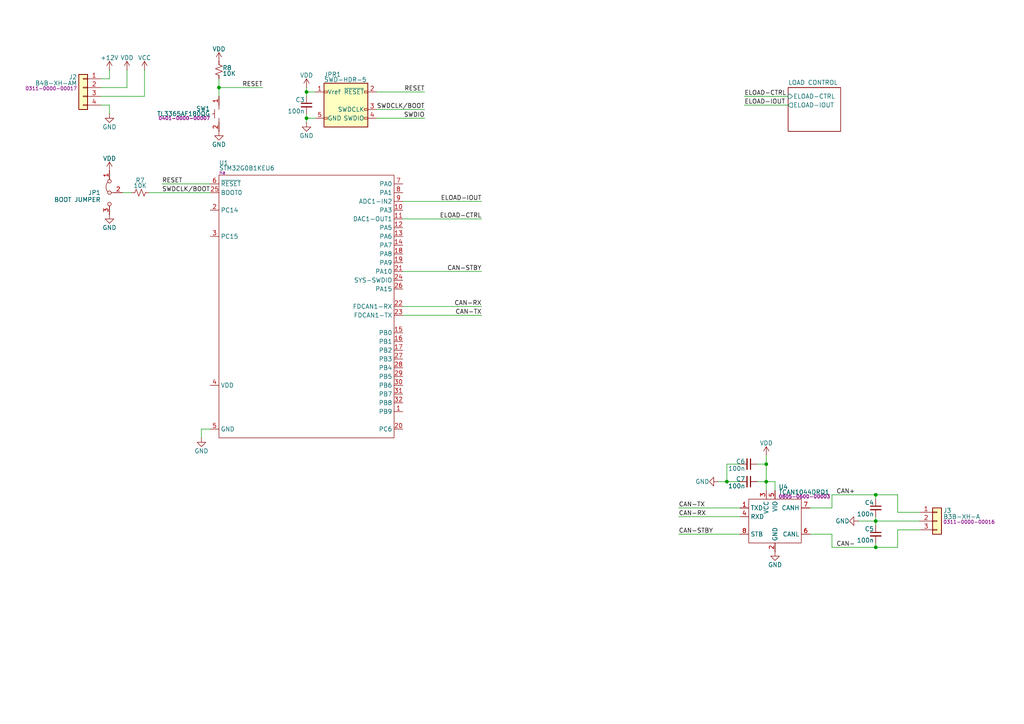
<source format=kicad_sch>
(kicad_sch
	(version 20250114)
	(generator "eeschema")
	(generator_version "9.0")
	(uuid "a35fb99c-4c51-424c-bcf1-034f322f84fb")
	(paper "A4")
	(title_block
		(title "Benchy V2 - Electronic Load")
		(rev "REV1")
		(company "Daxxn Industries")
	)
	(lib_symbols
		(symbol "DX_Capacitor_Ceramic:CL05A104KA5NNNC"
			(pin_numbers
				(hide yes)
			)
			(pin_names
				(hide yes)
			)
			(exclude_from_sim no)
			(in_bom yes)
			(on_board yes)
			(property "Reference" "C"
				(at 2.794 1.778 0)
				(effects
					(font
						(size 1.27 1.27)
					)
					(justify left)
				)
			)
			(property "Value" "100n"
				(at 2.794 0 0)
				(effects
					(font
						(size 1.27 1.27)
					)
					(justify left)
				)
			)
			(property "Footprint" "Daxxn_Standard_Capacitors:CAP_0402"
				(at 1.016 8.128 0)
				(effects
					(font
						(size 1.27 1.27)
					)
					(hide yes)
				)
			)
			(property "Datasheet" "${DATASHEETS}/CL05A104KA5NNNC.pdf"
				(at 1.016 9.906 0)
				(effects
					(font
						(size 1.27 1.27)
					)
					(hide yes)
				)
			)
			(property "Description" "CAP CER 100nF 0.1UF 25V X5R 0402"
				(at 0 11.684 0)
				(effects
					(font
						(size 1.27 1.27)
					)
					(hide yes)
				)
			)
			(property "PartNumber" "0201-0100-00086"
				(at 0 6.35 0)
				(effects
					(font
						(size 1.27 1.27)
					)
					(hide yes)
				)
			)
			(symbol "CL05A104KA5NNNC_0_1"
				(polyline
					(pts
						(xy -1.524 0.508) (xy 1.524 0.508)
					)
					(stroke
						(width 0.3048)
						(type default)
					)
					(fill
						(type none)
					)
				)
				(polyline
					(pts
						(xy -1.524 -0.508) (xy 1.524 -0.508)
					)
					(stroke
						(width 0.3302)
						(type default)
					)
					(fill
						(type none)
					)
				)
			)
			(symbol "CL05A104KA5NNNC_1_1"
				(pin passive line
					(at 0 2.54 270)
					(length 2.032)
					(name "~"
						(effects
							(font
								(size 1.27 1.27)
							)
						)
					)
					(number "1"
						(effects
							(font
								(size 1.27 1.27)
							)
						)
					)
				)
				(pin passive line
					(at 0 -2.54 90)
					(length 2.032)
					(name "~"
						(effects
							(font
								(size 1.27 1.27)
							)
						)
					)
					(number "2"
						(effects
							(font
								(size 1.27 1.27)
							)
						)
					)
				)
			)
			(embedded_fonts no)
		)
		(symbol "DX_Connector_JST:B3B-XH-A"
			(pin_names
				(offset 1.016)
				(hide yes)
			)
			(exclude_from_sim no)
			(in_bom yes)
			(on_board yes)
			(property "Reference" "J"
				(at 1.778 3.048 0)
				(effects
					(font
						(size 1.27 1.27)
					)
					(justify left)
				)
			)
			(property "Value" "B3B-XH-A"
				(at 1.778 1.27 0)
				(effects
					(font
						(size 1.27 1.27)
					)
					(justify left)
				)
			)
			(property "Footprint" "Daxxn_Connectors_JST:B3B-XH-A"
				(at 0 6.604 0)
				(effects
					(font
						(size 1.27 1.27)
					)
					(hide yes)
				)
			)
			(property "Datasheet" "${DATASHEETS}/eXH.pdf"
				(at 0 8.128 0)
				(effects
					(font
						(size 1.27 1.27)
					)
					(hide yes)
				)
			)
			(property "Description" "CONN HEADER VERT 3POS CQRobot Kit"
				(at 0 5.08 0)
				(effects
					(font
						(size 1.27 1.27)
					)
					(hide yes)
				)
			)
			(property "PartNumber" "0311-0000-00016"
				(at 1.778 -0.254 0)
				(effects
					(font
						(size 1 1)
					)
					(justify left)
				)
			)
			(property "ki_keywords" "connector jst xh 3pin"
				(at 0 0 0)
				(effects
					(font
						(size 1.27 1.27)
					)
					(hide yes)
				)
			)
			(property "ki_fp_filters" "Connector*:*_1x??_*"
				(at 0 0 0)
				(effects
					(font
						(size 1.27 1.27)
					)
					(hide yes)
				)
			)
			(symbol "B3B-XH-A_1_1"
				(rectangle
					(start -1.27 3.81)
					(end 1.27 -3.81)
					(stroke
						(width 0.254)
						(type default)
					)
					(fill
						(type background)
					)
				)
				(rectangle
					(start -1.27 2.667)
					(end 0 2.413)
					(stroke
						(width 0.1524)
						(type default)
					)
					(fill
						(type none)
					)
				)
				(rectangle
					(start -1.27 0.127)
					(end 0 -0.127)
					(stroke
						(width 0.1524)
						(type default)
					)
					(fill
						(type none)
					)
				)
				(rectangle
					(start -1.27 -2.413)
					(end 0 -2.667)
					(stroke
						(width 0.1524)
						(type default)
					)
					(fill
						(type none)
					)
				)
				(pin passive line
					(at -5.08 2.54 0)
					(length 3.81)
					(name "Pin_1"
						(effects
							(font
								(size 1.27 1.27)
							)
						)
					)
					(number "1"
						(effects
							(font
								(size 1.27 1.27)
							)
						)
					)
				)
				(pin passive line
					(at -5.08 0 0)
					(length 3.81)
					(name "Pin_2"
						(effects
							(font
								(size 1.27 1.27)
							)
						)
					)
					(number "2"
						(effects
							(font
								(size 1.27 1.27)
							)
						)
					)
				)
				(pin passive line
					(at -5.08 -2.54 0)
					(length 3.81)
					(name "Pin_3"
						(effects
							(font
								(size 1.27 1.27)
							)
						)
					)
					(number "3"
						(effects
							(font
								(size 1.27 1.27)
							)
						)
					)
				)
			)
			(embedded_fonts no)
		)
		(symbol "DX_Connector_JST:B4B-XH-A"
			(pin_names
				(offset 1.016)
				(hide yes)
			)
			(exclude_from_sim no)
			(in_bom yes)
			(on_board yes)
			(property "Reference" "J"
				(at 1.778 3.048 0)
				(effects
					(font
						(size 1.27 1.27)
					)
					(justify left)
				)
			)
			(property "Value" "B4B-XH-AM"
				(at 1.778 1.27 0)
				(effects
					(font
						(size 1.27 1.27)
					)
					(justify left)
				)
			)
			(property "Footprint" "Connector_JST:JST_XH_B4B-XH-A_1x04_P2.50mm_Vertical"
				(at 0 10.414 0)
				(effects
					(font
						(size 1.27 1.27)
					)
					(hide yes)
				)
			)
			(property "Datasheet" "${DATASHEETS}/eXH.pdf"
				(at -0.254 12.954 0)
				(effects
					(font
						(size 1.27 1.27)
					)
					(hide yes)
				)
			)
			(property "Description" "CONN HEADER VERT 4POS 2.5MM"
				(at -0.762 8.636 0)
				(effects
					(font
						(size 1.27 1.27)
					)
					(hide yes)
				)
			)
			(property "PartNumber" "0311-0000-00017"
				(at 1.778 -0.254 0)
				(effects
					(font
						(size 1 1)
					)
					(justify left)
				)
			)
			(property "ki_keywords" "connector jst xh 4pin"
				(at 0 0 0)
				(effects
					(font
						(size 1.27 1.27)
					)
					(hide yes)
				)
			)
			(property "ki_fp_filters" "Connector*:*_1x??_*"
				(at 0 0 0)
				(effects
					(font
						(size 1.27 1.27)
					)
					(hide yes)
				)
			)
			(symbol "B4B-XH-A_1_1"
				(rectangle
					(start -1.27 3.81)
					(end 1.27 -6.35)
					(stroke
						(width 0.254)
						(type default)
					)
					(fill
						(type background)
					)
				)
				(rectangle
					(start -1.27 2.667)
					(end 0 2.413)
					(stroke
						(width 0.1524)
						(type default)
					)
					(fill
						(type none)
					)
				)
				(rectangle
					(start -1.27 0.127)
					(end 0 -0.127)
					(stroke
						(width 0.1524)
						(type default)
					)
					(fill
						(type none)
					)
				)
				(rectangle
					(start -1.27 -2.413)
					(end 0 -2.667)
					(stroke
						(width 0.1524)
						(type default)
					)
					(fill
						(type none)
					)
				)
				(rectangle
					(start -1.27 -4.953)
					(end 0 -5.207)
					(stroke
						(width 0.1524)
						(type default)
					)
					(fill
						(type none)
					)
				)
				(pin passive line
					(at -5.08 2.54 0)
					(length 3.81)
					(name "Pin_1"
						(effects
							(font
								(size 1.27 1.27)
							)
						)
					)
					(number "1"
						(effects
							(font
								(size 1.27 1.27)
							)
						)
					)
				)
				(pin passive line
					(at -5.08 0 0)
					(length 3.81)
					(name "Pin_2"
						(effects
							(font
								(size 1.27 1.27)
							)
						)
					)
					(number "2"
						(effects
							(font
								(size 1.27 1.27)
							)
						)
					)
				)
				(pin passive line
					(at -5.08 -2.54 0)
					(length 3.81)
					(name "Pin_3"
						(effects
							(font
								(size 1.27 1.27)
							)
						)
					)
					(number "3"
						(effects
							(font
								(size 1.27 1.27)
							)
						)
					)
				)
				(pin passive line
					(at -5.08 -5.08 0)
					(length 3.81)
					(name "Pin_4"
						(effects
							(font
								(size 1.27 1.27)
							)
						)
					)
					(number "4"
						(effects
							(font
								(size 1.27 1.27)
							)
						)
					)
				)
			)
			(embedded_fonts no)
		)
		(symbol "DX_Connector_Programming:SWD-HDR-5"
			(pin_names
				(offset 1.016)
			)
			(exclude_from_sim no)
			(in_bom yes)
			(on_board yes)
			(property "Reference" "JPR"
				(at 0 2.54 0)
				(effects
					(font
						(size 1.27 1.27)
					)
					(justify left)
				)
			)
			(property "Value" "SWD-HDR-5"
				(at 0 1.016 0)
				(effects
					(font
						(size 1.27 1.27)
					)
					(justify left)
				)
			)
			(property "Footprint" "Connector_PinHeader_2.54mm:PinHeader_1x05_P2.54mm_Vertical"
				(at 0 5.08 0)
				(effects
					(font
						(size 1.27 1.27)
					)
					(hide yes)
				)
			)
			(property "Datasheet" "~"
				(at 0 8.128 0)
				(effects
					(font
						(size 1.27 1.27)
					)
					(hide yes)
				)
			)
			(property "Description" "SWD Header 5Pin Wo/ SWO"
				(at 0 6.604 0)
				(effects
					(font
						(size 1.27 1.27)
					)
					(hide yes)
				)
			)
			(symbol "SWD-HDR-5_0_1"
				(rectangle
					(start 0 0)
					(end 12.7 -12.7)
					(stroke
						(width 0.254)
						(type default)
					)
					(fill
						(type background)
					)
				)
				(rectangle
					(start 0 -2.794)
					(end 1.016 -2.286)
					(stroke
						(width 0)
						(type default)
					)
					(fill
						(type none)
					)
				)
				(rectangle
					(start 0 -9.906)
					(end 1.016 -10.414)
					(stroke
						(width 0)
						(type default)
					)
					(fill
						(type none)
					)
				)
				(rectangle
					(start 11.684 -7.874)
					(end 12.7 -7.366)
					(stroke
						(width 0)
						(type default)
					)
					(fill
						(type none)
					)
				)
				(rectangle
					(start 12.7 -2.286)
					(end 11.684 -2.794)
					(stroke
						(width 0)
						(type default)
					)
					(fill
						(type none)
					)
				)
				(rectangle
					(start 12.7 -10.414)
					(end 11.684 -9.906)
					(stroke
						(width 0)
						(type default)
					)
					(fill
						(type none)
					)
				)
			)
			(symbol "SWD-HDR-5_1_1"
				(pin power_in line
					(at -2.54 -2.54 0)
					(length 2.54)
					(name "Vref"
						(effects
							(font
								(size 1.27 1.27)
							)
						)
					)
					(number "1"
						(effects
							(font
								(size 1.27 1.27)
							)
						)
					)
				)
				(pin power_in line
					(at -2.54 -10.16 0)
					(length 2.54)
					(name "GND"
						(effects
							(font
								(size 1.27 1.27)
							)
						)
					)
					(number "5"
						(effects
							(font
								(size 1.27 1.27)
							)
						)
					)
				)
				(pin open_collector line
					(at 15.24 -2.54 180)
					(length 2.54)
					(name "~{RESET}"
						(effects
							(font
								(size 1.27 1.27)
							)
						)
					)
					(number "2"
						(effects
							(font
								(size 1.27 1.27)
							)
						)
					)
				)
				(pin output line
					(at 15.24 -7.62 180)
					(length 2.54)
					(name "SWDCLK"
						(effects
							(font
								(size 1.27 1.27)
							)
						)
					)
					(number "3"
						(effects
							(font
								(size 1.27 1.27)
							)
						)
					)
				)
				(pin bidirectional line
					(at 15.24 -10.16 180)
					(length 2.54)
					(name "SWDIO"
						(effects
							(font
								(size 1.27 1.27)
							)
						)
					)
					(number "4"
						(effects
							(font
								(size 1.27 1.27)
							)
						)
					)
				)
			)
			(embedded_fonts no)
		)
		(symbol "DX_Control_Button:TL3365AF180QG"
			(exclude_from_sim no)
			(in_bom yes)
			(on_board yes)
			(property "Reference" "SW"
				(at 0 5.588 0)
				(effects
					(font
						(size 1.27 1.27)
					)
				)
			)
			(property "Value" "TL3365AF180QG"
				(at 0 4.064 0)
				(effects
					(font
						(size 1.27 1.27)
					)
				)
			)
			(property "Footprint" "Daxxn_Controls_Buttons:TL3365AF180QG"
				(at 0 7.366 0)
				(effects
					(font
						(size 1.27 1.27)
					)
					(hide yes)
				)
			)
			(property "Datasheet" "${DATASHEETS}/TL3365.pdf"
				(at 0.254 10.16 0)
				(effects
					(font
						(size 1.27 1.27)
					)
					(hide yes)
				)
			)
			(property "Description" "Tactile Switch SPST-NO Top Actuated Surface Mount"
				(at 0 8.89 0)
				(effects
					(font
						(size 1.27 1.27)
					)
					(hide yes)
				)
			)
			(property "PartNumber" "0401-0000-00007"
				(at 0 2.794 0)
				(effects
					(font
						(size 1 1)
					)
				)
			)
			(property "ki_keywords" "button control switch spst smd"
				(at 0 0 0)
				(effects
					(font
						(size 1.27 1.27)
					)
					(hide yes)
				)
			)
			(symbol "TL3365AF180QG_0_0"
				(polyline
					(pts
						(xy -2.54 0) (xy -1.27 0)
					)
					(stroke
						(width 0)
						(type default)
					)
					(fill
						(type none)
					)
				)
				(polyline
					(pts
						(xy -1.27 1.27) (xy 1.27 1.27)
					)
					(stroke
						(width 0)
						(type default)
					)
					(fill
						(type none)
					)
				)
				(polyline
					(pts
						(xy 0 1.27) (xy 0 1.905)
					)
					(stroke
						(width 0)
						(type default)
					)
					(fill
						(type none)
					)
				)
				(polyline
					(pts
						(xy 2.54 0) (xy 1.27 0)
					)
					(stroke
						(width 0)
						(type default)
					)
					(fill
						(type none)
					)
				)
				(pin passive line
					(at -5.08 0 0)
					(length 2.54)
					(name "~"
						(effects
							(font
								(size 1.27 1.27)
							)
						)
					)
					(number "1"
						(effects
							(font
								(size 1.27 1.27)
							)
						)
					)
				)
				(pin passive line
					(at 5.08 0 180)
					(length 2.54)
					(name "~"
						(effects
							(font
								(size 1.27 1.27)
							)
						)
					)
					(number "2"
						(effects
							(font
								(size 1.27 1.27)
							)
						)
					)
				)
			)
			(embedded_fonts no)
		)
		(symbol "DX_IC_Interface_Transeiver:TCAN1044DRQ1"
			(exclude_from_sim no)
			(in_bom yes)
			(on_board yes)
			(property "Reference" "U"
				(at 8.636 3.556 0)
				(effects
					(font
						(size 1.27 1.27)
					)
					(justify left)
				)
			)
			(property "Value" "TCAN1044DRQ1"
				(at 8.636 2.032 0)
				(effects
					(font
						(size 1.27 1.27)
					)
					(justify left)
				)
			)
			(property "Footprint" "Daxxn_Packages:SOIC-8_3.9x4.9mm_P1.27mm"
				(at 0 6.858 0)
				(effects
					(font
						(size 1.27 1.27)
					)
					(hide yes)
				)
			)
			(property "Datasheet" "${DATASHEETS}/TCAN1044-Q1.pdf"
				(at 0 8.636 0)
				(effects
					(font
						(size 1.27 1.27)
					)
					(hide yes)
				)
			)
			(property "Description" "1/1 Transceiver Half CANbus 8-SOIC"
				(at 0 5.08 0)
				(effects
					(font
						(size 1.27 1.27)
					)
					(hide yes)
				)
			)
			(property "PartNumber" "0805-0600-00003"
				(at 8.636 0.762 0)
				(effects
					(font
						(size 1 1)
					)
					(justify left)
				)
			)
			(property "ki_keywords" "can can-fd transeiver"
				(at 0 0 0)
				(effects
					(font
						(size 1.27 1.27)
					)
					(hide yes)
				)
			)
			(symbol "TCAN1044DRQ1_0_0"
				(pin input line
					(at -2.54 -2.54 0)
					(length 2.54)
					(name "TXD"
						(effects
							(font
								(size 1.27 1.27)
							)
						)
					)
					(number "1"
						(effects
							(font
								(size 1.27 1.27)
							)
						)
					)
				)
				(pin output line
					(at -2.54 -5.08 0)
					(length 2.54)
					(name "RXD"
						(effects
							(font
								(size 1.27 1.27)
							)
						)
					)
					(number "4"
						(effects
							(font
								(size 1.27 1.27)
							)
						)
					)
				)
				(pin input line
					(at -2.54 -10.16 0)
					(length 2.54)
					(name "STB"
						(effects
							(font
								(size 1.27 1.27)
							)
						)
					)
					(number "8"
						(effects
							(font
								(size 1.27 1.27)
							)
						)
					)
				)
				(pin power_in line
					(at 5.08 2.54 270)
					(length 2.54)
					(name "VCC"
						(effects
							(font
								(size 1.27 1.27)
							)
						)
					)
					(number "3"
						(effects
							(font
								(size 1.27 1.27)
							)
						)
					)
				)
				(pin power_in line
					(at 7.62 2.54 270)
					(length 2.54)
					(name "VIO"
						(effects
							(font
								(size 1.27 1.27)
							)
						)
					)
					(number "5"
						(effects
							(font
								(size 1.27 1.27)
							)
						)
					)
				)
				(pin power_in line
					(at 7.62 -15.24 90)
					(length 2.54)
					(name "GND"
						(effects
							(font
								(size 1.27 1.27)
							)
						)
					)
					(number "2"
						(effects
							(font
								(size 1.27 1.27)
							)
						)
					)
				)
				(pin bidirectional line
					(at 17.78 -2.54 180)
					(length 2.54)
					(name "CANH"
						(effects
							(font
								(size 1.27 1.27)
							)
						)
					)
					(number "7"
						(effects
							(font
								(size 1.27 1.27)
							)
						)
					)
				)
				(pin bidirectional line
					(at 17.78 -10.16 180)
					(length 2.54)
					(name "CANL"
						(effects
							(font
								(size 1.27 1.27)
							)
						)
					)
					(number "6"
						(effects
							(font
								(size 1.27 1.27)
							)
						)
					)
				)
			)
			(symbol "TCAN1044DRQ1_0_1"
				(rectangle
					(start 0 0)
					(end 15.24 -12.7)
					(stroke
						(width 0)
						(type default)
					)
					(fill
						(type none)
					)
				)
			)
			(embedded_fonts no)
		)
		(symbol "DX_IC_MCU_ST:STM32G0B1KEU6"
			(exclude_from_sim no)
			(in_bom yes)
			(on_board yes)
			(property "Reference" "U"
				(at 0 3.556 0)
				(effects
					(font
						(size 1.27 1.27)
					)
					(justify left)
				)
			)
			(property "Value" "STM32G0B1KEU6"
				(at 0 2.032 0)
				(effects
					(font
						(size 1.27 1.27)
					)
					(justify left)
				)
			)
			(property "Footprint" "Daxxn_Packages:QFN-32-1EP_5x5mm_P0.5mm_EP3.45x3.45mm"
				(at 0 9.398 0)
				(effects
					(font
						(size 1.27 1.27)
					)
					(hide yes)
				)
			)
			(property "Datasheet" "${DATASHEETS}/STM32G0B1KE.pdf"
				(at 0 7.62 0)
				(effects
					(font
						(size 1.27 1.27)
					)
					(hide yes)
				)
			)
			(property "Description" "STM32G0 ARM Cortex-M0+ MCU 32-Bit Single-Core 64MHz 512KB FLASH UFQFPN-32 (5x5)"
				(at 0 10.922 0)
				(effects
					(font
						(size 1.27 1.27)
					)
					(hide yes)
				)
			)
			(property "PartNumber" "na"
				(at 0 0.762 0)
				(effects
					(font
						(size 1 1)
					)
					(justify left)
				)
			)
			(symbol "STM32G0B1KEU6_0_0"
				(pin input line
					(at 53.34 -2.54 180)
					(length 2.54)
					(name "PA0"
						(effects
							(font
								(size 1.27 1.27)
							)
						)
					)
					(number "7"
						(effects
							(font
								(size 1.27 1.27)
							)
						)
					)
					(alternate "ADC1-IN0" bidirectional line)
					(alternate "COMP1-INM" bidirectional line)
					(alternate "COMP1-OUT" bidirectional line)
					(alternate "GPIO-EXTI0" bidirectional line)
					(alternate "I2S2-CK" bidirectional line)
					(alternate "LPTIM1-OUT" bidirectional line)
					(alternate "RTC-TAMP-IN2" bidirectional line)
					(alternate "SPI2-SCK" bidirectional line)
					(alternate "SYS-WKUP1" bidirectional line)
					(alternate "TIM2-CH1" bidirectional line)
					(alternate "TIM2-ETR" bidirectional line)
					(alternate "USART2-CTS" bidirectional line)
					(alternate "USART2-~{SS}" bidirectional line)
					(alternate "USART4-TX" bidirectional line)
				)
				(pin input line
					(at 53.34 -5.08 180)
					(length 2.54)
					(name "PA1"
						(effects
							(font
								(size 1.27 1.27)
							)
						)
					)
					(number "8"
						(effects
							(font
								(size 1.27 1.27)
							)
						)
					)
					(alternate "ADC1-IN1" bidirectional line)
					(alternate "COMP1-INP" bidirectional line)
					(alternate "GPIO-EXTI1" bidirectional line)
					(alternate "I2C1-SMBA" bidirectional line)
					(alternate "I2S1-CK" bidirectional line)
					(alternate "SPI1-SCK" bidirectional line)
					(alternate "TIM15-CH1N" bidirectional line)
					(alternate "TIM2-CH2" bidirectional line)
					(alternate "USART2-CK" bidirectional line)
					(alternate "USART2-DE" bidirectional line)
					(alternate "USART2-RTS" bidirectional line)
					(alternate "USART4-RX" bidirectional line)
				)
				(pin input line
					(at 53.34 -7.62 180)
					(length 2.54)
					(name "PA2"
						(effects
							(font
								(size 1.27 1.27)
							)
						)
					)
					(number "9"
						(effects
							(font
								(size 1.27 1.27)
							)
						)
					)
					(alternate "ADC1-IN2" bidirectional line)
					(alternate "COMP2-INM" bidirectional line)
					(alternate "COMP2-OUT" bidirectional line)
					(alternate "GPIO-EXTI2" bidirectional line)
					(alternate "I2S1-SD" bidirectional line)
					(alternate "LPUART1-TX" bidirectional line)
					(alternate "RCC-LSCO" bidirectional line)
					(alternate "SPI1-COPI" bidirectional line)
					(alternate "SYS-WKUP4" bidirectional line)
					(alternate "TIM15-CH1" bidirectional line)
					(alternate "TIM2-CH3" bidirectional line)
					(alternate "UCPD1-FRSTX1" bidirectional line)
					(alternate "UCPD1-FRSTX2" bidirectional line)
					(alternate "USART2-TX" bidirectional line)
				)
				(pin input line
					(at 53.34 -10.16 180)
					(length 2.54)
					(name "PA3"
						(effects
							(font
								(size 1.27 1.27)
							)
						)
					)
					(number "10"
						(effects
							(font
								(size 1.27 1.27)
							)
						)
					)
					(alternate "ADC1-IN3" bidirectional line)
					(alternate "COMP2-INP" bidirectional line)
					(alternate "GPIO-EXTI3" bidirectional line)
					(alternate "I2S2-MCK" bidirectional line)
					(alternate "LPUART1-RX" bidirectional line)
					(alternate "SPI2-CIPO" bidirectional line)
					(alternate "TIM15-CH2" bidirectional line)
					(alternate "TIM2-CH4" bidirectional line)
					(alternate "USART2-RX" bidirectional line)
				)
				(pin input line
					(at 53.34 -12.7 180)
					(length 2.54)
					(name "PA4"
						(effects
							(font
								(size 1.27 1.27)
							)
						)
					)
					(number "11"
						(effects
							(font
								(size 1.27 1.27)
							)
						)
					)
					(alternate "ADC1-IN4" bidirectional line)
					(alternate "DAC1-OUT1" bidirectional line)
					(alternate "GPIO-EXTI4" bidirectional line)
					(alternate "I2S1-WS" bidirectional line)
					(alternate "I2S2-SD" bidirectional line)
					(alternate "LPTIM2-OUT" bidirectional line)
					(alternate "RTC-OUT1" bidirectional line)
					(alternate "RTC-TAMP-IN1" bidirectional line)
					(alternate "RTC-TS" bidirectional line)
					(alternate "SPI1-~{SS}" bidirectional line)
					(alternate "SPI2-COPI" bidirectional line)
					(alternate "SPI3-~{SS}" bidirectional line)
					(alternate "SYS-WKUP2" bidirectional line)
					(alternate "TIM14-CH1" bidirectional line)
					(alternate "USART6-TX" bidirectional line)
					(alternate "USB-NOE" bidirectional line)
				)
				(pin input line
					(at 53.34 -15.24 180)
					(length 2.54)
					(name "PA5"
						(effects
							(font
								(size 1.27 1.27)
							)
						)
					)
					(number "12"
						(effects
							(font
								(size 1.27 1.27)
							)
						)
					)
					(alternate "ADC1-IN5" bidirectional line)
					(alternate "CEC" bidirectional line)
					(alternate "DAC1-OUT2" bidirectional line)
					(alternate "GPIO-EXTI5" bidirectional line)
					(alternate "I2S1-CK" bidirectional line)
					(alternate "LPTIM2-ETR" bidirectional line)
					(alternate "SPI1-SCK" bidirectional line)
					(alternate "TIM2-CH1" bidirectional line)
					(alternate "TIM2-ETR" bidirectional line)
					(alternate "UCPD1-FRSTX1" bidirectional line)
					(alternate "UCPD1-FRSTX2" bidirectional line)
					(alternate "USART3-TX" bidirectional line)
					(alternate "USART6-RX" bidirectional line)
				)
				(pin input line
					(at 53.34 -17.78 180)
					(length 2.54)
					(name "PA6"
						(effects
							(font
								(size 1.27 1.27)
							)
						)
					)
					(number "13"
						(effects
							(font
								(size 1.27 1.27)
							)
						)
					)
					(alternate "ADC1-IN6" bidirectional line)
					(alternate "COMP1-OUT" bidirectional line)
					(alternate "GPIO-EXTI6" bidirectional line)
					(alternate "I2C2-SDA" bidirectional line)
					(alternate "I2C3-SDA" bidirectional line)
					(alternate "I2S1-MCK" bidirectional line)
					(alternate "LPUART1-CTS" bidirectional line)
					(alternate "SPI1-CIPO" bidirectional line)
					(alternate "TIM1-BK" bidirectional line)
					(alternate "TIM16-CH1" bidirectional line)
					(alternate "TIM3-CH1" bidirectional line)
					(alternate "USART3-CTS" bidirectional line)
					(alternate "USART3-~{SS}" bidirectional line)
					(alternate "USART6-CTS" bidirectional line)
					(alternate "USART6-~{SS}" bidirectional line)
				)
				(pin input line
					(at 53.34 -20.32 180)
					(length 2.54)
					(name "PA7"
						(effects
							(font
								(size 1.27 1.27)
							)
						)
					)
					(number "14"
						(effects
							(font
								(size 1.27 1.27)
							)
						)
					)
					(alternate "ADC1-IN7" bidirectional line)
					(alternate "COMP2-OUT" bidirectional line)
					(alternate "GPIO-EXTI7" bidirectional line)
					(alternate "I2C2-SCL" bidirectional line)
					(alternate "I2C3-SCL" bidirectional line)
					(alternate "I2S1-SD" bidirectional line)
					(alternate "SPI1-COPI" bidirectional line)
					(alternate "TIM1-CH1N" bidirectional line)
					(alternate "TIM14-CH1" bidirectional line)
					(alternate "TIM17-CH1" bidirectional line)
					(alternate "TIM3-CH2" bidirectional line)
					(alternate "UCPD1-FRSTX1" bidirectional line)
					(alternate "UCPD1-FRSTX2" bidirectional line)
					(alternate "USART6-CK" bidirectional line)
					(alternate "USART6-DE" bidirectional line)
					(alternate "USART6-RTS" bidirectional line)
				)
				(pin input line
					(at 53.34 -22.86 180)
					(length 2.54)
					(name "PA8"
						(effects
							(font
								(size 1.27 1.27)
							)
						)
					)
					(number "18"
						(effects
							(font
								(size 1.27 1.27)
							)
						)
					)
					(alternate "CRS1-SYNC" bidirectional line)
					(alternate "GPIO-EXTI8" bidirectional line)
					(alternate "I2C2-SMBA" bidirectional line)
					(alternate "I2S2-WS" bidirectional line)
					(alternate "LPTIM2-OUT" bidirectional line)
					(alternate "RCC-MCO" bidirectional line)
					(alternate "SPI2-~{SS}" bidirectional line)
					(alternate "TIM1-CH1" bidirectional line)
					(alternate "UCPD1-CC1" bidirectional line)
				)
				(pin input line
					(at 53.34 -27.94 180)
					(length 2.54)
					(name "PA10"
						(effects
							(font
								(size 1.27 1.27)
							)
						)
					)
					(number "21"
						(effects
							(font
								(size 1.27 1.27)
							)
						)
					)
					(alternate "GPIO-EXTI10" bidirectional line)
					(alternate "I2C1-SDA" bidirectional line)
					(alternate "I2C2-SDA" bidirectional line)
					(alternate "I2S2-SD" bidirectional line)
					(alternate "RCC-MCO-2" bidirectional line)
					(alternate "SPI2-COPI" bidirectional line)
					(alternate "TIM1-CH3" bidirectional line)
					(alternate "TIM17-BK" bidirectional line)
					(alternate "UCPD1-DBCC2" bidirectional line)
					(alternate "USART1-RX" bidirectional line)
				)
				(pin input line
					(at 53.34 -30.48 180)
					(length 2.54)
					(name "PA13"
						(effects
							(font
								(size 1.27 1.27)
							)
						)
					)
					(number "24"
						(effects
							(font
								(size 1.27 1.27)
							)
						)
					)
					(alternate "GPIO-EXTI13" bidirectional line)
					(alternate "IR-OUT" bidirectional line)
					(alternate "LPUART2-RX" bidirectional line)
					(alternate "SYS-SWDIO" bidirectional line)
					(alternate "USB-NOE" bidirectional line)
				)
				(pin input line
					(at 53.34 -33.02 180)
					(length 2.54)
					(name "PA15"
						(effects
							(font
								(size 1.27 1.27)
							)
						)
					)
					(number "26"
						(effects
							(font
								(size 1.27 1.27)
							)
						)
					)
					(alternate "GPIO-EXTI15" bidirectional line)
					(alternate "I2C2-SMBA" bidirectional line)
					(alternate "I2S1-WS" bidirectional line)
					(alternate "RCC-MCO-2" bidirectional line)
					(alternate "SPI1-~{SS}" bidirectional line)
					(alternate "SPI3-~{SS}" bidirectional line)
					(alternate "TIM2-CH1" bidirectional line)
					(alternate "TIM2-ETR" bidirectional line)
					(alternate "USART2-RX" bidirectional line)
					(alternate "USART3-CK" bidirectional line)
					(alternate "USART3-DE" bidirectional line)
					(alternate "USART3-RTS" bidirectional line)
					(alternate "USART4-CK" bidirectional line)
					(alternate "USART4-DE" bidirectional line)
					(alternate "USART4-RTS" bidirectional line)
					(alternate "USB-NOE" bidirectional line)
				)
				(pin input line
					(at 53.34 -45.72 180)
					(length 2.54)
					(name "PB0"
						(effects
							(font
								(size 1.27 1.27)
							)
						)
					)
					(number "15"
						(effects
							(font
								(size 1.27 1.27)
							)
						)
					)
					(alternate "ADC1-IN8" bidirectional line)
					(alternate "COMP1-OUT" bidirectional line)
					(alternate "COMP3-INP" bidirectional line)
					(alternate "FDCAN2-RX" bidirectional line)
					(alternate "GPIO-EXTI0" bidirectional line)
					(alternate "I2S1-WS" bidirectional line)
					(alternate "LPTIM1-OUT" bidirectional line)
					(alternate "LPUART2-CTS" bidirectional line)
					(alternate "SPI1-~{SS}" bidirectional line)
					(alternate "TIM1-CH2N" bidirectional line)
					(alternate "TIM3-CH3" bidirectional line)
					(alternate "UCPD1-FRSTX1" bidirectional line)
					(alternate "UCPD1-FRSTX2" bidirectional line)
					(alternate "USART3-RX" bidirectional line)
					(alternate "USART5-TX" bidirectional line)
				)
				(pin input line
					(at 53.34 -48.26 180)
					(length 2.54)
					(name "PB1"
						(effects
							(font
								(size 1.27 1.27)
							)
						)
					)
					(number "16"
						(effects
							(font
								(size 1.27 1.27)
							)
						)
					)
					(alternate "ADC1-IN9" bidirectional line)
					(alternate "COMP1-INM" bidirectional line)
					(alternate "COMP3-OUT" bidirectional line)
					(alternate "FDCAN2-TX" bidirectional line)
					(alternate "GPIO-EXTI1" bidirectional line)
					(alternate "LPTIM2-IN1" bidirectional line)
					(alternate "LPUART1-DE" bidirectional line)
					(alternate "LPUART1-RTS" bidirectional line)
					(alternate "LPUART2-DE" bidirectional line)
					(alternate "LPUART2-RTS" bidirectional line)
					(alternate "TIM1-CH3N" bidirectional line)
					(alternate "TIM14-CH1" bidirectional line)
					(alternate "TIM3-CH4" bidirectional line)
					(alternate "USART3-CK" bidirectional line)
					(alternate "USART3-DE" bidirectional line)
					(alternate "USART3-RTS" bidirectional line)
					(alternate "USART5-RX" bidirectional line)
				)
				(pin input line
					(at 53.34 -50.8 180)
					(length 2.54)
					(name "PB2"
						(effects
							(font
								(size 1.27 1.27)
							)
						)
					)
					(number "17"
						(effects
							(font
								(size 1.27 1.27)
							)
						)
					)
					(alternate "ADC1-IN10" bidirectional line)
					(alternate "COMP1-INP" bidirectional line)
					(alternate "COMP3-INM" bidirectional line)
					(alternate "GPIO-EXTI2" bidirectional line)
					(alternate "I2S2-MCK" bidirectional line)
					(alternate "LPTIM1-OUT" bidirectional line)
					(alternate "RCC-MCO-2" bidirectional line)
					(alternate "SPI2-CIPO" bidirectional line)
					(alternate "USART3-TX" bidirectional line)
				)
				(pin input line
					(at 53.34 -53.34 180)
					(length 2.54)
					(name "PB3"
						(effects
							(font
								(size 1.27 1.27)
							)
						)
					)
					(number "27"
						(effects
							(font
								(size 1.27 1.27)
							)
						)
					)
					(alternate "COMP2-INM" bidirectional line)
					(alternate "GPIO-EXTI3" bidirectional line)
					(alternate "I2C2-SCL" bidirectional line)
					(alternate "I2C3-SCL" bidirectional line)
					(alternate "I2S1-CK" bidirectional line)
					(alternate "SPI1-SCK" bidirectional line)
					(alternate "SPI3-SCK" bidirectional line)
					(alternate "TIM1-CH2" bidirectional line)
					(alternate "TIM2-CH2" bidirectional line)
					(alternate "USART1-CK" bidirectional line)
					(alternate "USART1-DE" bidirectional line)
					(alternate "USART1-RTS" bidirectional line)
					(alternate "USART5-TX" bidirectional line)
				)
				(pin input line
					(at 53.34 -55.88 180)
					(length 2.54)
					(name "PB4"
						(effects
							(font
								(size 1.27 1.27)
							)
						)
					)
					(number "28"
						(effects
							(font
								(size 1.27 1.27)
							)
						)
					)
					(alternate "COMP2-INP" bidirectional line)
					(alternate "GPIO-EXTI4" bidirectional line)
					(alternate "I2C2-SDA" bidirectional line)
					(alternate "I2C3-SDA" bidirectional line)
					(alternate "I2S1-MCK" bidirectional line)
					(alternate "SPI1-CIPO" bidirectional line)
					(alternate "SPI3-CIPO" bidirectional line)
					(alternate "TIM17-BK" bidirectional line)
					(alternate "TIM3-CH1" bidirectional line)
					(alternate "USART1-CTS" bidirectional line)
					(alternate "USART1-~{SS}" bidirectional line)
					(alternate "USART5-RX" bidirectional line)
				)
				(pin input line
					(at 53.34 -58.42 180)
					(length 2.54)
					(name "PB5"
						(effects
							(font
								(size 1.27 1.27)
							)
						)
					)
					(number "29"
						(effects
							(font
								(size 1.27 1.27)
							)
						)
					)
					(alternate "COMP2-OUT" bidirectional line)
					(alternate "FDCAN2-RX" bidirectional line)
					(alternate "GPIO-EXTI5" bidirectional line)
					(alternate "I2C1-SMBA" bidirectional line)
					(alternate "I2S1-SD" bidirectional line)
					(alternate "LPTIM1-IN1" bidirectional line)
					(alternate "SPI1-COPI" bidirectional line)
					(alternate "SPI3-COPI" bidirectional line)
					(alternate "SYS-WKUP6" bidirectional line)
					(alternate "TIM16-BK" bidirectional line)
					(alternate "TIM3-CH2" bidirectional line)
					(alternate "USART5-CK" bidirectional line)
					(alternate "USART5-DE" bidirectional line)
					(alternate "USART5-RTS" bidirectional line)
				)
				(pin input line
					(at 53.34 -60.96 180)
					(length 2.54)
					(name "PB6"
						(effects
							(font
								(size 1.27 1.27)
							)
						)
					)
					(number "30"
						(effects
							(font
								(size 1.27 1.27)
							)
						)
					)
					(alternate "COMP2-INP" bidirectional line)
					(alternate "FDCAN2-TX" bidirectional line)
					(alternate "GPIO-EXTI6" bidirectional line)
					(alternate "I2C1-SCL" bidirectional line)
					(alternate "I2S2-MCK" bidirectional line)
					(alternate "LPTIM1-ETR" bidirectional line)
					(alternate "LPUART2-TX" bidirectional line)
					(alternate "SPI2-CIPO" bidirectional line)
					(alternate "TIM1-CH3" bidirectional line)
					(alternate "TIM16-CH1N" bidirectional line)
					(alternate "TIM4-CH1" bidirectional line)
					(alternate "USART1-TX" bidirectional line)
					(alternate "USART5-CTS" bidirectional line)
					(alternate "USART5-~{SS}" bidirectional line)
				)
				(pin input line
					(at 53.34 -63.5 180)
					(length 2.54)
					(name "PB7"
						(effects
							(font
								(size 1.27 1.27)
							)
						)
					)
					(number "31"
						(effects
							(font
								(size 1.27 1.27)
							)
						)
					)
					(alternate "COMP2-INM" bidirectional line)
					(alternate "GPIO-EXTI7" bidirectional line)
					(alternate "I2C1-SDA" bidirectional line)
					(alternate "I2S2-SD" bidirectional line)
					(alternate "LPTIM1-IN2" bidirectional line)
					(alternate "LPUART2-RX" bidirectional line)
					(alternate "SPI2-COPI" bidirectional line)
					(alternate "SYS-PVD-IN" bidirectional line)
					(alternate "TIM17-CH1N" bidirectional line)
					(alternate "TIM4-CH2" bidirectional line)
					(alternate "USART1-RX" bidirectional line)
					(alternate "USART4-CTS" bidirectional line)
					(alternate "USART4-~{SS}" bidirectional line)
				)
				(pin input line
					(at 53.34 -66.04 180)
					(length 2.54)
					(name "PB8"
						(effects
							(font
								(size 1.27 1.27)
							)
						)
					)
					(number "32"
						(effects
							(font
								(size 1.27 1.27)
							)
						)
					)
					(alternate "CEC" bidirectional line)
					(alternate "FDCAN1-RX" bidirectional line)
					(alternate "GPIO-EXTI8" bidirectional line)
					(alternate "I2C1-SCL" bidirectional line)
					(alternate "I2S2-CK" bidirectional line)
					(alternate "SPI2-SCK" bidirectional line)
					(alternate "TIM15-BK" bidirectional line)
					(alternate "TIM16-CH1" bidirectional line)
					(alternate "TIM4-CH3" bidirectional line)
					(alternate "USART3-TX" bidirectional line)
					(alternate "USART6-TX" bidirectional line)
				)
				(pin input line
					(at 53.34 -68.58 180)
					(length 2.54)
					(name "PB9"
						(effects
							(font
								(size 1.27 1.27)
							)
						)
					)
					(number "1"
						(effects
							(font
								(size 1.27 1.27)
							)
						)
					)
					(alternate "DAC1-EXTI9" bidirectional line)
					(alternate "FDCAN1-TX" bidirectional line)
					(alternate "GPIO-EXTI9" bidirectional line)
					(alternate "I2C1-SDA" bidirectional line)
					(alternate "I2S2-WS" bidirectional line)
					(alternate "IR-OUT" bidirectional line)
					(alternate "SPI2-~{SS}" bidirectional line)
					(alternate "TIM17-CH1" bidirectional line)
					(alternate "TIM4-CH4" bidirectional line)
					(alternate "USART3-RX" bidirectional line)
					(alternate "USART6-RX" bidirectional line)
				)
				(pin input line
					(at 53.34 -73.66 180)
					(length 2.54)
					(name "PC6"
						(effects
							(font
								(size 1.27 1.27)
							)
						)
					)
					(number "20"
						(effects
							(font
								(size 1.27 1.27)
							)
						)
					)
					(alternate "GPIO-EXTI6" bidirectional line)
					(alternate "LPUART2-TX" bidirectional line)
					(alternate "TIM2-CH3" bidirectional line)
					(alternate "TIM3-CH1" bidirectional line)
					(alternate "UCPD1-FRSTX1" bidirectional line)
					(alternate "UCPD1-FRSTX2" bidirectional line)
				)
			)
			(symbol "STM32G0B1KEU6_0_1"
				(rectangle
					(start 0 0)
					(end 50.8 -76.2)
					(stroke
						(width 0)
						(type default)
					)
					(fill
						(type none)
					)
				)
			)
			(symbol "STM32G0B1KEU6_1_0"
				(pin input line
					(at -2.54 -2.54 0)
					(length 2.54)
					(name "~{RESET}"
						(effects
							(font
								(size 1.27 1.27)
							)
						)
					)
					(number "6"
						(effects
							(font
								(size 1.27 1.27)
							)
						)
					)
					(alternate "GPIO-EXTI2" input line)
					(alternate "LPUART2-DE" bidirectional line)
					(alternate "LPUART2-RTS" bidirectional line)
					(alternate "LPUART2-TX" output line)
					(alternate "PF2" bidirectional line)
					(alternate "RCC-MCO" output line)
				)
				(pin input line
					(at -2.54 -5.08 0)
					(length 2.54)
					(name "BOOT0"
						(effects
							(font
								(size 1.27 1.27)
							)
						)
					)
					(number "25"
						(effects
							(font
								(size 1.27 1.27)
							)
						)
					)
					(alternate "GPIO-EXTI14" bidirectional line)
					(alternate "LPUART2-TX" bidirectional line)
					(alternate "PA14" bidirectional line)
					(alternate "SYS-SWCLK" bidirectional line)
					(alternate "USART2-TX" bidirectional line)
				)
				(pin input line
					(at -2.54 -10.16 0)
					(length 2.54)
					(name "PC14"
						(effects
							(font
								(size 1.27 1.27)
							)
						)
					)
					(number "2"
						(effects
							(font
								(size 1.27 1.27)
							)
						)
					)
					(alternate "GPIO-EXTI14" bidirectional line)
					(alternate "RCC-OSC-IN" bidirectional line)
					(alternate "RCC-OSC32-IN" bidirectional line)
					(alternate "TIM1-BK2" bidirectional line)
				)
				(pin input line
					(at -2.54 -17.78 0)
					(length 2.54)
					(name "PC15"
						(effects
							(font
								(size 1.27 1.27)
							)
						)
					)
					(number "3"
						(effects
							(font
								(size 1.27 1.27)
							)
						)
					)
					(alternate "GPIO-EXTI15" bidirectional line)
					(alternate "RCC-OSC-EN" bidirectional line)
					(alternate "RCC-OSC32-EN" bidirectional line)
					(alternate "RCC-OSC32-OUT" bidirectional line)
					(alternate "TIM15-BK" bidirectional line)
				)
				(pin input line
					(at -2.54 -60.96 0)
					(length 2.54)
					(name "VDD"
						(effects
							(font
								(size 1.27 1.27)
							)
						)
					)
					(number "4"
						(effects
							(font
								(size 1.27 1.27)
							)
						)
					)
				)
				(pin input line
					(at -2.54 -73.66 0)
					(length 2.54)
					(hide yes)
					(name "GND"
						(effects
							(font
								(size 1.27 1.27)
							)
						)
					)
					(number "33"
						(effects
							(font
								(size 1.27 1.27)
							)
						)
					)
				)
				(pin input line
					(at -2.54 -73.66 0)
					(length 2.54)
					(name "GND"
						(effects
							(font
								(size 1.27 1.27)
							)
						)
					)
					(number "5"
						(effects
							(font
								(size 1.27 1.27)
							)
						)
					)
				)
				(pin input line
					(at 53.34 -25.4 180)
					(length 2.54)
					(name "PA9"
						(effects
							(font
								(size 1.27 1.27)
							)
						)
					)
					(number "19"
						(effects
							(font
								(size 1.27 1.27)
							)
						)
					)
					(alternate "DAC1-EXTI9" bidirectional line)
					(alternate "GPIO-EXTI9" bidirectional line)
					(alternate "I2C1-SCL" bidirectional line)
					(alternate "I2C2-SCL" bidirectional line)
					(alternate "I2S2-MCK" bidirectional line)
					(alternate "PA11" bidirectional line)
					(alternate "" input line)
					(alternate "RCC-MCO" bidirectional line)
					(alternate "SPI2-CIPO" bidirectional line)
					(alternate "TIM1-CH2" bidirectional line)
					(alternate "TIM15-BK" bidirectional line)
					(alternate "UCPD1-DBCC1" bidirectional line)
					(alternate "USART1-TX" bidirectional line)
				)
				(pin input line
					(at 53.34 -38.1 180)
					(length 2.54)
					(name "PA11"
						(effects
							(font
								(size 1.27 1.27)
							)
						)
					)
					(number "22"
						(effects
							(font
								(size 1.27 1.27)
							)
						)
					)
					(alternate "ADC1-EXTI11" bidirectional line)
					(alternate "COMP1-OUT" bidirectional line)
					(alternate "FDCAN1-RX" bidirectional line)
					(alternate "GPIO-EXTI11" bidirectional line)
					(alternate "I2C2-SCL" bidirectional line)
					(alternate "I2S1-MCK" bidirectional line)
					(alternate "PA9" bidirectional line)
					(alternate "SPI1-CIPO" bidirectional line)
					(alternate "TIM1-BK2" bidirectional line)
					(alternate "TIM1-CH4" bidirectional line)
					(alternate "USART1-CTS" bidirectional line)
					(alternate "USART1-~{SS}" bidirectional line)
					(alternate "USB-DM" bidirectional line)
				)
				(pin input line
					(at 53.34 -40.64 180)
					(length 2.54)
					(name "PA12"
						(effects
							(font
								(size 1.27 1.27)
							)
						)
					)
					(number "23"
						(effects
							(font
								(size 1.27 1.27)
							)
						)
					)
					(alternate "COMP2-OUT" bidirectional line)
					(alternate "FDCAN1-TX" bidirectional line)
					(alternate "GPIO-EXTI12" bidirectional line)
					(alternate "I2C2-SDA" bidirectional line)
					(alternate "I2S-CKIN" bidirectional line)
					(alternate "I2S1-SD" bidirectional line)
					(alternate "PA10" bidirectional line)
					(alternate "SPI1-COPI" bidirectional line)
					(alternate "TIM1-ETR" bidirectional line)
					(alternate "USART1-CK" bidirectional line)
					(alternate "USART1-DE" bidirectional line)
					(alternate "USART1-RTS" bidirectional line)
					(alternate "USB-DP" bidirectional line)
				)
			)
			(embedded_fonts no)
		)
		(symbol "DX_Resistor:RC0402JR-0710KL"
			(pin_numbers
				(hide yes)
			)
			(pin_names
				(offset 0.254)
				(hide yes)
			)
			(exclude_from_sim no)
			(in_bom yes)
			(on_board yes)
			(property "Reference" "R"
				(at 1.016 0.635 0)
				(effects
					(font
						(size 1.27 1.27)
					)
					(justify left)
				)
			)
			(property "Value" "10K"
				(at 1.016 -1.016 0)
				(effects
					(font
						(size 1.27 1.27)
					)
					(justify left)
				)
			)
			(property "Footprint" "Daxxn_Standard_Resistors:RES_0402"
				(at 0 5.334 0)
				(effects
					(font
						(size 1.27 1.27)
					)
					(hide yes)
				)
			)
			(property "Datasheet" "${DATASHEETS}/RC-Series.pdf"
				(at 0 6.35 0)
				(effects
					(font
						(size 1.27 1.27)
					)
					(hide yes)
				)
			)
			(property "Description" "RES 10K OHM 5% 1/16W 0402"
				(at 0 3.81 0)
				(effects
					(font
						(size 1.27 1.27)
					)
					(hide yes)
				)
			)
			(property "PartNumber" "0204-0000-00016"
				(at 0 8.128 0)
				(effects
					(font
						(size 1.27 1.27)
					)
					(hide yes)
				)
			)
			(property "ki_keywords" "r resistor daxxn"
				(at 0 0 0)
				(effects
					(font
						(size 1.27 1.27)
					)
					(hide yes)
				)
			)
			(property "ki_fp_filters" "R_*"
				(at 0 0 0)
				(effects
					(font
						(size 1.27 1.27)
					)
					(hide yes)
				)
			)
			(symbol "RC0402JR-0710KL_1_1"
				(polyline
					(pts
						(xy 0 1.524) (xy 1.016 1.143) (xy 0 0.762) (xy -1.016 0.381) (xy 0 0)
					)
					(stroke
						(width 0)
						(type default)
					)
					(fill
						(type none)
					)
				)
				(polyline
					(pts
						(xy 0 0) (xy 1.016 -0.381) (xy 0 -0.762) (xy -1.016 -1.143) (xy 0 -1.524)
					)
					(stroke
						(width 0)
						(type default)
					)
					(fill
						(type none)
					)
				)
				(pin passive line
					(at 0 2.54 270)
					(length 1.016)
					(name "~"
						(effects
							(font
								(size 1.27 1.27)
							)
						)
					)
					(number "1"
						(effects
							(font
								(size 1.27 1.27)
							)
						)
					)
				)
				(pin passive line
					(at 0 -2.54 90)
					(length 1.016)
					(name "~"
						(effects
							(font
								(size 1.27 1.27)
							)
						)
					)
					(number "2"
						(effects
							(font
								(size 1.27 1.27)
							)
						)
					)
				)
			)
			(embedded_fonts no)
		)
		(symbol "Jumper:Jumper_3_Bridged12"
			(pin_names
				(offset 0)
				(hide yes)
			)
			(exclude_from_sim yes)
			(in_bom no)
			(on_board yes)
			(property "Reference" "JP"
				(at -2.54 -2.54 0)
				(effects
					(font
						(size 1.27 1.27)
					)
				)
			)
			(property "Value" "Jumper_3_Bridged12"
				(at 0 2.794 0)
				(effects
					(font
						(size 1.27 1.27)
					)
				)
			)
			(property "Footprint" ""
				(at 0 0 0)
				(effects
					(font
						(size 1.27 1.27)
					)
					(hide yes)
				)
			)
			(property "Datasheet" "~"
				(at 0 0 0)
				(effects
					(font
						(size 1.27 1.27)
					)
					(hide yes)
				)
			)
			(property "Description" "Jumper, 3-pole, pins 1+2 closed/bridged"
				(at 0 0 0)
				(effects
					(font
						(size 1.27 1.27)
					)
					(hide yes)
				)
			)
			(property "ki_keywords" "Jumper SPDT"
				(at 0 0 0)
				(effects
					(font
						(size 1.27 1.27)
					)
					(hide yes)
				)
			)
			(property "ki_fp_filters" "Jumper* TestPoint*3Pads* TestPoint*Bridge*"
				(at 0 0 0)
				(effects
					(font
						(size 1.27 1.27)
					)
					(hide yes)
				)
			)
			(symbol "Jumper_3_Bridged12_0_0"
				(circle
					(center -3.302 0)
					(radius 0.508)
					(stroke
						(width 0)
						(type default)
					)
					(fill
						(type none)
					)
				)
				(circle
					(center 0 0)
					(radius 0.508)
					(stroke
						(width 0)
						(type default)
					)
					(fill
						(type none)
					)
				)
				(circle
					(center 3.302 0)
					(radius 0.508)
					(stroke
						(width 0)
						(type default)
					)
					(fill
						(type none)
					)
				)
			)
			(symbol "Jumper_3_Bridged12_0_1"
				(arc
					(start -3.048 0.508)
					(mid -1.651 0.9912)
					(end -0.254 0.508)
					(stroke
						(width 0)
						(type default)
					)
					(fill
						(type none)
					)
				)
				(polyline
					(pts
						(xy 0 -1.27) (xy 0 -0.508)
					)
					(stroke
						(width 0)
						(type default)
					)
					(fill
						(type none)
					)
				)
			)
			(symbol "Jumper_3_Bridged12_1_1"
				(pin passive line
					(at -6.35 0 0)
					(length 2.54)
					(name "A"
						(effects
							(font
								(size 1.27 1.27)
							)
						)
					)
					(number "1"
						(effects
							(font
								(size 1.27 1.27)
							)
						)
					)
				)
				(pin passive line
					(at 0 -3.81 90)
					(length 2.54)
					(name "C"
						(effects
							(font
								(size 1.27 1.27)
							)
						)
					)
					(number "2"
						(effects
							(font
								(size 1.27 1.27)
							)
						)
					)
				)
				(pin passive line
					(at 6.35 0 180)
					(length 2.54)
					(name "B"
						(effects
							(font
								(size 1.27 1.27)
							)
						)
					)
					(number "3"
						(effects
							(font
								(size 1.27 1.27)
							)
						)
					)
				)
			)
			(embedded_fonts no)
		)
		(symbol "power:+12V"
			(power)
			(pin_numbers
				(hide yes)
			)
			(pin_names
				(offset 0)
				(hide yes)
			)
			(exclude_from_sim no)
			(in_bom yes)
			(on_board yes)
			(property "Reference" "#PWR"
				(at 0 -3.81 0)
				(effects
					(font
						(size 1.27 1.27)
					)
					(hide yes)
				)
			)
			(property "Value" "+12V"
				(at 0 3.556 0)
				(effects
					(font
						(size 1.27 1.27)
					)
				)
			)
			(property "Footprint" ""
				(at 0 0 0)
				(effects
					(font
						(size 1.27 1.27)
					)
					(hide yes)
				)
			)
			(property "Datasheet" ""
				(at 0 0 0)
				(effects
					(font
						(size 1.27 1.27)
					)
					(hide yes)
				)
			)
			(property "Description" "Power symbol creates a global label with name \"+12V\""
				(at 0 0 0)
				(effects
					(font
						(size 1.27 1.27)
					)
					(hide yes)
				)
			)
			(property "ki_keywords" "global power"
				(at 0 0 0)
				(effects
					(font
						(size 1.27 1.27)
					)
					(hide yes)
				)
			)
			(symbol "+12V_0_1"
				(polyline
					(pts
						(xy -0.762 1.27) (xy 0 2.54)
					)
					(stroke
						(width 0)
						(type default)
					)
					(fill
						(type none)
					)
				)
				(polyline
					(pts
						(xy 0 2.54) (xy 0.762 1.27)
					)
					(stroke
						(width 0)
						(type default)
					)
					(fill
						(type none)
					)
				)
				(polyline
					(pts
						(xy 0 0) (xy 0 2.54)
					)
					(stroke
						(width 0)
						(type default)
					)
					(fill
						(type none)
					)
				)
			)
			(symbol "+12V_1_1"
				(pin power_in line
					(at 0 0 90)
					(length 0)
					(name "~"
						(effects
							(font
								(size 1.27 1.27)
							)
						)
					)
					(number "1"
						(effects
							(font
								(size 1.27 1.27)
							)
						)
					)
				)
			)
			(embedded_fonts no)
		)
		(symbol "power:GND"
			(power)
			(pin_numbers
				(hide yes)
			)
			(pin_names
				(offset 0)
				(hide yes)
			)
			(exclude_from_sim no)
			(in_bom yes)
			(on_board yes)
			(property "Reference" "#PWR"
				(at 0 -6.35 0)
				(effects
					(font
						(size 1.27 1.27)
					)
					(hide yes)
				)
			)
			(property "Value" "GND"
				(at 0 -3.81 0)
				(effects
					(font
						(size 1.27 1.27)
					)
				)
			)
			(property "Footprint" ""
				(at 0 0 0)
				(effects
					(font
						(size 1.27 1.27)
					)
					(hide yes)
				)
			)
			(property "Datasheet" ""
				(at 0 0 0)
				(effects
					(font
						(size 1.27 1.27)
					)
					(hide yes)
				)
			)
			(property "Description" "Power symbol creates a global label with name \"GND\" , ground"
				(at 0 0 0)
				(effects
					(font
						(size 1.27 1.27)
					)
					(hide yes)
				)
			)
			(property "ki_keywords" "global power"
				(at 0 0 0)
				(effects
					(font
						(size 1.27 1.27)
					)
					(hide yes)
				)
			)
			(symbol "GND_0_1"
				(polyline
					(pts
						(xy 0 0) (xy 0 -1.27) (xy 1.27 -1.27) (xy 0 -2.54) (xy -1.27 -1.27) (xy 0 -1.27)
					)
					(stroke
						(width 0)
						(type default)
					)
					(fill
						(type none)
					)
				)
			)
			(symbol "GND_1_1"
				(pin power_in line
					(at 0 0 270)
					(length 0)
					(name "~"
						(effects
							(font
								(size 1.27 1.27)
							)
						)
					)
					(number "1"
						(effects
							(font
								(size 1.27 1.27)
							)
						)
					)
				)
			)
			(embedded_fonts no)
		)
		(symbol "power:VCC"
			(power)
			(pin_numbers
				(hide yes)
			)
			(pin_names
				(offset 0)
				(hide yes)
			)
			(exclude_from_sim no)
			(in_bom yes)
			(on_board yes)
			(property "Reference" "#PWR"
				(at 0 -3.81 0)
				(effects
					(font
						(size 1.27 1.27)
					)
					(hide yes)
				)
			)
			(property "Value" "VCC"
				(at 0 3.556 0)
				(effects
					(font
						(size 1.27 1.27)
					)
				)
			)
			(property "Footprint" ""
				(at 0 0 0)
				(effects
					(font
						(size 1.27 1.27)
					)
					(hide yes)
				)
			)
			(property "Datasheet" ""
				(at 0 0 0)
				(effects
					(font
						(size 1.27 1.27)
					)
					(hide yes)
				)
			)
			(property "Description" "Power symbol creates a global label with name \"VCC\""
				(at 0 0 0)
				(effects
					(font
						(size 1.27 1.27)
					)
					(hide yes)
				)
			)
			(property "ki_keywords" "global power"
				(at 0 0 0)
				(effects
					(font
						(size 1.27 1.27)
					)
					(hide yes)
				)
			)
			(symbol "VCC_0_1"
				(polyline
					(pts
						(xy -0.762 1.27) (xy 0 2.54)
					)
					(stroke
						(width 0)
						(type default)
					)
					(fill
						(type none)
					)
				)
				(polyline
					(pts
						(xy 0 2.54) (xy 0.762 1.27)
					)
					(stroke
						(width 0)
						(type default)
					)
					(fill
						(type none)
					)
				)
				(polyline
					(pts
						(xy 0 0) (xy 0 2.54)
					)
					(stroke
						(width 0)
						(type default)
					)
					(fill
						(type none)
					)
				)
			)
			(symbol "VCC_1_1"
				(pin power_in line
					(at 0 0 90)
					(length 0)
					(name "~"
						(effects
							(font
								(size 1.27 1.27)
							)
						)
					)
					(number "1"
						(effects
							(font
								(size 1.27 1.27)
							)
						)
					)
				)
			)
			(embedded_fonts no)
		)
		(symbol "power:VDD"
			(power)
			(pin_numbers
				(hide yes)
			)
			(pin_names
				(offset 0)
				(hide yes)
			)
			(exclude_from_sim no)
			(in_bom yes)
			(on_board yes)
			(property "Reference" "#PWR"
				(at 0 -3.81 0)
				(effects
					(font
						(size 1.27 1.27)
					)
					(hide yes)
				)
			)
			(property "Value" "VDD"
				(at 0 3.556 0)
				(effects
					(font
						(size 1.27 1.27)
					)
				)
			)
			(property "Footprint" ""
				(at 0 0 0)
				(effects
					(font
						(size 1.27 1.27)
					)
					(hide yes)
				)
			)
			(property "Datasheet" ""
				(at 0 0 0)
				(effects
					(font
						(size 1.27 1.27)
					)
					(hide yes)
				)
			)
			(property "Description" "Power symbol creates a global label with name \"VDD\""
				(at 0 0 0)
				(effects
					(font
						(size 1.27 1.27)
					)
					(hide yes)
				)
			)
			(property "ki_keywords" "global power"
				(at 0 0 0)
				(effects
					(font
						(size 1.27 1.27)
					)
					(hide yes)
				)
			)
			(symbol "VDD_0_1"
				(polyline
					(pts
						(xy -0.762 1.27) (xy 0 2.54)
					)
					(stroke
						(width 0)
						(type default)
					)
					(fill
						(type none)
					)
				)
				(polyline
					(pts
						(xy 0 2.54) (xy 0.762 1.27)
					)
					(stroke
						(width 0)
						(type default)
					)
					(fill
						(type none)
					)
				)
				(polyline
					(pts
						(xy 0 0) (xy 0 2.54)
					)
					(stroke
						(width 0)
						(type default)
					)
					(fill
						(type none)
					)
				)
			)
			(symbol "VDD_1_1"
				(pin power_in line
					(at 0 0 90)
					(length 0)
					(name "~"
						(effects
							(font
								(size 1.27 1.27)
							)
						)
					)
					(number "1"
						(effects
							(font
								(size 1.27 1.27)
							)
						)
					)
				)
			)
			(embedded_fonts no)
		)
	)
	(junction
		(at 88.9 26.67)
		(diameter 0)
		(color 0 0 0 0)
		(uuid "1820ca24-7b84-4028-8a15-bcc30db0e792")
	)
	(junction
		(at 254 151.13)
		(diameter 0)
		(color 0 0 0 0)
		(uuid "44beb217-446f-4a39-ac89-4a08b92ed88e")
	)
	(junction
		(at 222.25 134.62)
		(diameter 0)
		(color 0 0 0 0)
		(uuid "6820c53d-f2a3-482f-ba86-d8cc149a68fe")
	)
	(junction
		(at 254 158.75)
		(diameter 0)
		(color 0 0 0 0)
		(uuid "77d0159e-11ef-4160-81b8-29f6b7e2eba1")
	)
	(junction
		(at 210.82 139.7)
		(diameter 0)
		(color 0 0 0 0)
		(uuid "7b554f14-09c6-49ad-a5fa-2d16f5b8dd1a")
	)
	(junction
		(at 63.5 25.4)
		(diameter 0)
		(color 0 0 0 0)
		(uuid "96fa7c32-baf9-490f-a189-3e069b471cba")
	)
	(junction
		(at 88.9 34.29)
		(diameter 0)
		(color 0 0 0 0)
		(uuid "ba47f5e4-2fd1-42c3-8503-49a07145b886")
	)
	(junction
		(at 222.25 139.7)
		(diameter 0)
		(color 0 0 0 0)
		(uuid "da5a3d91-917b-4cd7-950d-58489a4e1113")
	)
	(junction
		(at 254 143.51)
		(diameter 0)
		(color 0 0 0 0)
		(uuid "eecd5cbe-7d41-4116-b07c-61db02df550d")
	)
	(wire
		(pts
			(xy 31.75 20.32) (xy 31.75 22.86)
		)
		(stroke
			(width 0)
			(type default)
		)
		(uuid "061fb3b9-a4d2-44f3-b263-157440e02805")
	)
	(wire
		(pts
			(xy 46.99 53.34) (xy 60.96 53.34)
		)
		(stroke
			(width 0)
			(type default)
		)
		(uuid "0a353854-a480-4295-ab2a-14d4088a98d8")
	)
	(wire
		(pts
			(xy 260.35 153.67) (xy 266.7 153.67)
		)
		(stroke
			(width 0)
			(type default)
		)
		(uuid "0bbd8c36-3712-429f-a9e8-8acfc30bf36a")
	)
	(wire
		(pts
			(xy 196.85 149.86) (xy 214.63 149.86)
		)
		(stroke
			(width 0)
			(type default)
		)
		(uuid "0c857f7e-71a4-4676-bbf9-39818f4a3b5d")
	)
	(wire
		(pts
			(xy 241.3 143.51) (xy 254 143.51)
		)
		(stroke
			(width 0)
			(type default)
		)
		(uuid "0d4e740d-5d5e-4120-baa2-70735c017de0")
	)
	(wire
		(pts
			(xy 210.82 134.62) (xy 214.63 134.62)
		)
		(stroke
			(width 0)
			(type default)
		)
		(uuid "13acbe80-8910-4dae-8e05-078749ba8881")
	)
	(wire
		(pts
			(xy 43.18 55.88) (xy 60.96 55.88)
		)
		(stroke
			(width 0)
			(type default)
		)
		(uuid "155fa954-9587-4eb5-bb8e-c64db74f0496")
	)
	(wire
		(pts
			(xy 109.22 34.29) (xy 123.19 34.29)
		)
		(stroke
			(width 0)
			(type default)
		)
		(uuid "1e371f96-dfb8-485b-aaca-93ddf1e629a1")
	)
	(wire
		(pts
			(xy 234.95 147.32) (xy 241.3 147.32)
		)
		(stroke
			(width 0)
			(type default)
		)
		(uuid "1fa51fa7-2896-4c70-8d00-b9fdac834c33")
	)
	(wire
		(pts
			(xy 254 157.48) (xy 254 158.75)
		)
		(stroke
			(width 0)
			(type default)
		)
		(uuid "2b8092ae-4281-49c4-838f-99bff1fe7dcb")
	)
	(wire
		(pts
			(xy 219.71 134.62) (xy 222.25 134.62)
		)
		(stroke
			(width 0)
			(type default)
		)
		(uuid "2bb8d195-de6e-4f63-9de6-0b8196c072d5")
	)
	(wire
		(pts
			(xy 234.95 154.94) (xy 241.3 154.94)
		)
		(stroke
			(width 0)
			(type default)
		)
		(uuid "2f06fa6a-0754-45ae-96ff-2dde68643b5b")
	)
	(wire
		(pts
			(xy 215.9 30.48) (xy 228.6 30.48)
		)
		(stroke
			(width 0)
			(type default)
		)
		(uuid "2ff74548-482d-459e-83b9-21b582bba3d2")
	)
	(wire
		(pts
			(xy 222.25 139.7) (xy 224.79 139.7)
		)
		(stroke
			(width 0)
			(type default)
		)
		(uuid "341da9e0-ca9a-4f74-ad78-1aa6f1ebdbdb")
	)
	(wire
		(pts
			(xy 254 143.51) (xy 260.35 143.51)
		)
		(stroke
			(width 0)
			(type default)
		)
		(uuid "358545e4-81b8-4858-b48d-1b912688ea6e")
	)
	(wire
		(pts
			(xy 116.84 88.9) (xy 139.7 88.9)
		)
		(stroke
			(width 0)
			(type default)
		)
		(uuid "3849b9cb-4265-4429-a5a4-44a215666c43")
	)
	(wire
		(pts
			(xy 208.28 139.7) (xy 210.82 139.7)
		)
		(stroke
			(width 0)
			(type default)
		)
		(uuid "39051376-20bf-4f30-8cb1-cc40f1f6a627")
	)
	(wire
		(pts
			(xy 196.85 154.94) (xy 214.63 154.94)
		)
		(stroke
			(width 0)
			(type default)
		)
		(uuid "394c90c9-5da7-4bfe-8486-1da532e854da")
	)
	(wire
		(pts
			(xy 241.3 158.75) (xy 254 158.75)
		)
		(stroke
			(width 0)
			(type default)
		)
		(uuid "3c3ed9fb-ce7f-4612-aadd-b847b6181ce2")
	)
	(wire
		(pts
			(xy 224.79 142.24) (xy 224.79 139.7)
		)
		(stroke
			(width 0)
			(type default)
		)
		(uuid "3f4c8a0c-6629-4009-b0b8-226bbc840fe6")
	)
	(wire
		(pts
			(xy 41.91 20.32) (xy 41.91 27.94)
		)
		(stroke
			(width 0)
			(type default)
		)
		(uuid "3fcbd0c0-9b58-41e2-8c78-50b0df2dce43")
	)
	(wire
		(pts
			(xy 88.9 26.67) (xy 91.44 26.67)
		)
		(stroke
			(width 0)
			(type default)
		)
		(uuid "4c561cd1-42c9-4749-b9f3-d6abbff9ba4c")
	)
	(wire
		(pts
			(xy 254 158.75) (xy 260.35 158.75)
		)
		(stroke
			(width 0)
			(type default)
		)
		(uuid "4f3380e9-635d-428e-af57-365828d7054d")
	)
	(wire
		(pts
			(xy 254 149.86) (xy 254 151.13)
		)
		(stroke
			(width 0)
			(type default)
		)
		(uuid "50d70773-97f4-4bf1-b57c-6c2b4914855f")
	)
	(wire
		(pts
			(xy 29.21 30.48) (xy 31.75 30.48)
		)
		(stroke
			(width 0)
			(type default)
		)
		(uuid "55a7a1bc-093f-4546-aa9e-07cffb56b71e")
	)
	(wire
		(pts
			(xy 88.9 33.02) (xy 88.9 34.29)
		)
		(stroke
			(width 0)
			(type default)
		)
		(uuid "6ffc0831-51c4-4f1a-8269-a48ade3424a1")
	)
	(wire
		(pts
			(xy 116.84 63.5) (xy 139.7 63.5)
		)
		(stroke
			(width 0)
			(type default)
		)
		(uuid "715d409a-f2e4-42a2-a2ee-c24e01eb1306")
	)
	(wire
		(pts
			(xy 241.3 147.32) (xy 241.3 143.51)
		)
		(stroke
			(width 0)
			(type default)
		)
		(uuid "77f4a99a-1deb-49ac-b359-a96d8489c54b")
	)
	(wire
		(pts
			(xy 36.83 25.4) (xy 36.83 20.32)
		)
		(stroke
			(width 0)
			(type default)
		)
		(uuid "783dc046-43ca-48c9-9ec2-f67fdaa295a0")
	)
	(wire
		(pts
			(xy 254 151.13) (xy 254 152.4)
		)
		(stroke
			(width 0)
			(type default)
		)
		(uuid "79803432-c77a-4417-a5f4-1757d5ba45a7")
	)
	(wire
		(pts
			(xy 63.5 25.4) (xy 76.2 25.4)
		)
		(stroke
			(width 0)
			(type default)
		)
		(uuid "80adf082-3bf5-4d35-adf1-d2b85c4ef675")
	)
	(wire
		(pts
			(xy 88.9 34.29) (xy 88.9 35.56)
		)
		(stroke
			(width 0)
			(type default)
		)
		(uuid "8e31ea9a-96f3-4f8c-a8c7-f073565bbba5")
	)
	(wire
		(pts
			(xy 254 151.13) (xy 266.7 151.13)
		)
		(stroke
			(width 0)
			(type default)
		)
		(uuid "91efe47f-c1bb-49b1-92b7-beb1fe157b6b")
	)
	(wire
		(pts
			(xy 215.9 27.94) (xy 228.6 27.94)
		)
		(stroke
			(width 0)
			(type default)
		)
		(uuid "9c5cbfa6-9e10-4b01-b90d-626a17dfe7af")
	)
	(wire
		(pts
			(xy 260.35 158.75) (xy 260.35 153.67)
		)
		(stroke
			(width 0)
			(type default)
		)
		(uuid "9cef1b34-6a03-4079-a54b-5456396846ef")
	)
	(wire
		(pts
			(xy 222.25 139.7) (xy 222.25 142.24)
		)
		(stroke
			(width 0)
			(type default)
		)
		(uuid "aad90307-df05-4745-af14-824d5a76b6b2")
	)
	(wire
		(pts
			(xy 260.35 148.59) (xy 266.7 148.59)
		)
		(stroke
			(width 0)
			(type default)
		)
		(uuid "ab5cfcd2-00ef-4f1c-9a46-69c655a914ce")
	)
	(wire
		(pts
			(xy 41.91 27.94) (xy 29.21 27.94)
		)
		(stroke
			(width 0)
			(type default)
		)
		(uuid "ad4513c0-aa34-4118-ba08-2159611a3911")
	)
	(wire
		(pts
			(xy 109.22 31.75) (xy 123.19 31.75)
		)
		(stroke
			(width 0)
			(type default)
		)
		(uuid "ae956a8d-fd89-43b3-8860-9b17ee320101")
	)
	(wire
		(pts
			(xy 31.75 22.86) (xy 29.21 22.86)
		)
		(stroke
			(width 0)
			(type default)
		)
		(uuid "b43a6a4e-7e03-45f2-b3bd-b27a3a868940")
	)
	(wire
		(pts
			(xy 222.25 132.08) (xy 222.25 134.62)
		)
		(stroke
			(width 0)
			(type default)
		)
		(uuid "bacfc99f-b7fc-47f0-ba96-72049a4316e8")
	)
	(wire
		(pts
			(xy 222.25 134.62) (xy 222.25 139.7)
		)
		(stroke
			(width 0)
			(type default)
		)
		(uuid "bd3b9dac-d6c0-4db2-b97f-30bd7c57cf4a")
	)
	(wire
		(pts
			(xy 88.9 25.4) (xy 88.9 26.67)
		)
		(stroke
			(width 0)
			(type default)
		)
		(uuid "c0264f0a-ce89-4e58-bfbc-510e6bf79ee2")
	)
	(wire
		(pts
			(xy 88.9 26.67) (xy 88.9 27.94)
		)
		(stroke
			(width 0)
			(type default)
		)
		(uuid "c12eb0c1-4666-4014-a2ab-3322f7b3e40c")
	)
	(wire
		(pts
			(xy 35.56 55.88) (xy 38.1 55.88)
		)
		(stroke
			(width 0)
			(type default)
		)
		(uuid "c21e9708-613e-499e-b9d1-24f4bc3efe55")
	)
	(wire
		(pts
			(xy 210.82 139.7) (xy 210.82 134.62)
		)
		(stroke
			(width 0)
			(type default)
		)
		(uuid "c23bf913-0940-4f68-9a30-345e98b0f270")
	)
	(wire
		(pts
			(xy 116.84 58.42) (xy 139.7 58.42)
		)
		(stroke
			(width 0)
			(type default)
		)
		(uuid "c271b5da-6c95-4c57-aa96-917e4d859d51")
	)
	(wire
		(pts
			(xy 214.63 139.7) (xy 210.82 139.7)
		)
		(stroke
			(width 0)
			(type default)
		)
		(uuid "c30b2a86-9243-472b-b283-ca259b282532")
	)
	(wire
		(pts
			(xy 63.5 25.4) (xy 63.5 27.94)
		)
		(stroke
			(width 0)
			(type default)
		)
		(uuid "c5864c98-87d5-464d-9903-904eef123ade")
	)
	(wire
		(pts
			(xy 219.71 139.7) (xy 222.25 139.7)
		)
		(stroke
			(width 0)
			(type default)
		)
		(uuid "c5a950af-8f14-4353-bb4d-31c1ea816ee0")
	)
	(wire
		(pts
			(xy 58.42 124.46) (xy 60.96 124.46)
		)
		(stroke
			(width 0)
			(type default)
		)
		(uuid "c5e7e2c6-2581-4fac-b023-ad4b0571e5d5")
	)
	(wire
		(pts
			(xy 196.85 147.32) (xy 214.63 147.32)
		)
		(stroke
			(width 0)
			(type default)
		)
		(uuid "c7a06266-40cb-40b9-84a7-a04caf5b1d3e")
	)
	(wire
		(pts
			(xy 116.84 91.44) (xy 139.7 91.44)
		)
		(stroke
			(width 0)
			(type default)
		)
		(uuid "cadbde5a-7518-4637-9f7e-3ca7e5ca3d3f")
	)
	(wire
		(pts
			(xy 260.35 143.51) (xy 260.35 148.59)
		)
		(stroke
			(width 0)
			(type default)
		)
		(uuid "cf87d1f8-10c0-4d25-844a-11036624c90a")
	)
	(wire
		(pts
			(xy 254 144.78) (xy 254 143.51)
		)
		(stroke
			(width 0)
			(type default)
		)
		(uuid "d2abdd19-2727-484a-9207-819d1d440ec3")
	)
	(wire
		(pts
			(xy 241.3 154.94) (xy 241.3 158.75)
		)
		(stroke
			(width 0)
			(type default)
		)
		(uuid "e0f2f123-1cc2-4ee3-b607-f1c07074825d")
	)
	(wire
		(pts
			(xy 116.84 78.74) (xy 139.7 78.74)
		)
		(stroke
			(width 0)
			(type default)
		)
		(uuid "e498eb64-bc1f-47f2-adcd-7e44a91eb77f")
	)
	(wire
		(pts
			(xy 248.92 151.13) (xy 254 151.13)
		)
		(stroke
			(width 0)
			(type default)
		)
		(uuid "eecaf5d4-1984-450f-834d-411deb1011c7")
	)
	(wire
		(pts
			(xy 63.5 22.86) (xy 63.5 25.4)
		)
		(stroke
			(width 0)
			(type default)
		)
		(uuid "efb7be97-22ba-4bb3-a3b6-620216b76fd2")
	)
	(wire
		(pts
			(xy 29.21 25.4) (xy 36.83 25.4)
		)
		(stroke
			(width 0)
			(type default)
		)
		(uuid "f05ffb0e-7667-4e49-b7c9-e07b32739e17")
	)
	(wire
		(pts
			(xy 88.9 34.29) (xy 91.44 34.29)
		)
		(stroke
			(width 0)
			(type default)
		)
		(uuid "f2211faa-a0e9-4954-8121-aaefca5b2573")
	)
	(wire
		(pts
			(xy 31.75 30.48) (xy 31.75 33.02)
		)
		(stroke
			(width 0)
			(type default)
		)
		(uuid "fd2d9163-17e0-4b66-a628-383dc9dde83e")
	)
	(wire
		(pts
			(xy 109.22 26.67) (xy 123.19 26.67)
		)
		(stroke
			(width 0)
			(type default)
		)
		(uuid "fe95ba54-2b24-4a7d-80a4-fafbc2380e78")
	)
	(wire
		(pts
			(xy 58.42 127) (xy 58.42 124.46)
		)
		(stroke
			(width 0)
			(type default)
		)
		(uuid "feb91a5a-3ca5-45d2-a3a9-c95d09f2fa7c")
	)
	(label "CAN-"
		(at 242.57 158.75 0)
		(effects
			(font
				(size 1.27 1.27)
			)
			(justify left bottom)
		)
		(uuid "05d98889-de9a-4fd7-9ec7-aacff97d530d")
	)
	(label "RESET"
		(at 76.2 25.4 180)
		(effects
			(font
				(size 1.27 1.27)
			)
			(justify right bottom)
		)
		(uuid "078155ee-b431-4d38-b3c0-3e5e3fb08db9")
	)
	(label "ELOAD-IOUT"
		(at 215.9 30.48 0)
		(effects
			(font
				(size 1.27 1.27)
			)
			(justify left bottom)
		)
		(uuid "0b728800-2a6b-4437-9f9b-4be34a7e5f54")
	)
	(label "CAN+"
		(at 242.57 143.51 0)
		(effects
			(font
				(size 1.27 1.27)
			)
			(justify left bottom)
		)
		(uuid "145cffbf-2fb0-4700-ae57-c81a21bd6da1")
	)
	(label "SWDCLK{slash}BOOT"
		(at 46.99 55.88 0)
		(effects
			(font
				(size 1.27 1.27)
			)
			(justify left bottom)
		)
		(uuid "2be8b31e-0d5e-41fa-a893-7a255f6e1da1")
	)
	(label "CAN-RX"
		(at 139.7 88.9 180)
		(effects
			(font
				(size 1.27 1.27)
			)
			(justify right bottom)
		)
		(uuid "33a2fe4d-50b1-4a90-a6fd-9c95eb018a82")
	)
	(label "RESET"
		(at 123.19 26.67 180)
		(effects
			(font
				(size 1.27 1.27)
			)
			(justify right bottom)
		)
		(uuid "60113d42-da58-4b68-b030-b23fde6012d8")
	)
	(label "ELOAD-CTRL"
		(at 215.9 27.94 0)
		(effects
			(font
				(size 1.27 1.27)
			)
			(justify left bottom)
		)
		(uuid "73d133f7-4518-4f83-a99e-c84ceacdae9b")
	)
	(label "CAN-RX"
		(at 196.85 149.86 0)
		(effects
			(font
				(size 1.27 1.27)
			)
			(justify left bottom)
		)
		(uuid "78590f83-674e-4bdd-9eb8-b668d3484fb0")
	)
	(label "RESET"
		(at 46.99 53.34 0)
		(effects
			(font
				(size 1.27 1.27)
			)
			(justify left bottom)
		)
		(uuid "7e9010bb-be4e-4194-837e-39176a6b12c8")
	)
	(label "SWDCLK{slash}BOOT"
		(at 123.19 31.75 180)
		(effects
			(font
				(size 1.27 1.27)
			)
			(justify right bottom)
		)
		(uuid "8f499cd0-29c3-41ef-9097-db4553c83240")
	)
	(label "ELOAD-CTRL"
		(at 139.7 63.5 180)
		(effects
			(font
				(size 1.27 1.27)
			)
			(justify right bottom)
		)
		(uuid "9b617621-f4df-4eb5-9975-4f9d6b026057")
	)
	(label "CAN-TX"
		(at 196.85 147.32 0)
		(effects
			(font
				(size 1.27 1.27)
			)
			(justify left bottom)
		)
		(uuid "9bfeaeb9-3773-48d4-ada4-c6b086c431e4")
	)
	(label "ELOAD-IOUT"
		(at 139.7 58.42 180)
		(effects
			(font
				(size 1.27 1.27)
			)
			(justify right bottom)
		)
		(uuid "a607cbec-65af-433e-97fc-6ed63dfec77e")
	)
	(label "CAN-STBY"
		(at 139.7 78.74 180)
		(effects
			(font
				(size 1.27 1.27)
			)
			(justify right bottom)
		)
		(uuid "b07c2c83-81f5-427a-ad8c-d83c44acad5d")
	)
	(label "CAN-TX"
		(at 139.7 91.44 180)
		(effects
			(font
				(size 1.27 1.27)
			)
			(justify right bottom)
		)
		(uuid "c3be2c67-6921-47b8-9913-c8ddc2cf2525")
	)
	(label "SWDIO"
		(at 123.19 34.29 180)
		(effects
			(font
				(size 1.27 1.27)
			)
			(justify right bottom)
		)
		(uuid "ca83b566-ed82-47bd-bb70-4ec5895fcd85")
	)
	(label "CAN-STBY"
		(at 196.85 154.94 0)
		(effects
			(font
				(size 1.27 1.27)
			)
			(justify left bottom)
		)
		(uuid "e41a6bbf-167b-4a5e-aac0-8bfd1e40f73d")
	)
	(symbol
		(lib_id "power:GND")
		(at 224.79 160.02 0)
		(unit 1)
		(exclude_from_sim no)
		(in_bom yes)
		(on_board yes)
		(dnp no)
		(uuid "10d1df39-a2df-4612-89f7-35e4f9fe7420")
		(property "Reference" "#PWR021"
			(at 224.79 166.37 0)
			(effects
				(font
					(size 1.27 1.27)
				)
				(hide yes)
			)
		)
		(property "Value" "GND"
			(at 224.79 163.83 0)
			(effects
				(font
					(size 1.27 1.27)
				)
			)
		)
		(property "Footprint" ""
			(at 224.79 160.02 0)
			(effects
				(font
					(size 1.27 1.27)
				)
				(hide yes)
			)
		)
		(property "Datasheet" ""
			(at 224.79 160.02 0)
			(effects
				(font
					(size 1.27 1.27)
				)
				(hide yes)
			)
		)
		(property "Description" "Power symbol creates a global label with name \"GND\" , ground"
			(at 224.79 160.02 0)
			(effects
				(font
					(size 1.27 1.27)
				)
				(hide yes)
			)
		)
		(pin "1"
			(uuid "6cac2bc9-5ff3-4a3a-9f81-cc20308ae663")
		)
		(instances
			(project "BenchyELoad"
				(path "/a35fb99c-4c51-424c-bcf1-034f322f84fb"
					(reference "#PWR021")
					(unit 1)
				)
			)
		)
	)
	(symbol
		(lib_id "DX_IC_Interface_Transeiver:TCAN1044DRQ1")
		(at 217.17 144.78 0)
		(unit 1)
		(exclude_from_sim no)
		(in_bom yes)
		(on_board yes)
		(dnp no)
		(uuid "117c308a-4339-4bfa-88d2-dee83f4f38c2")
		(property "Reference" "U4"
			(at 225.806 141.224 0)
			(effects
				(font
					(size 1.27 1.27)
				)
				(justify left)
			)
		)
		(property "Value" "TCAN1044DRQ1"
			(at 225.806 142.748 0)
			(effects
				(font
					(size 1.27 1.27)
				)
				(justify left)
			)
		)
		(property "Footprint" "Daxxn_Packages:SOIC-8_3.9x4.9mm_P1.27mm"
			(at 217.17 137.922 0)
			(effects
				(font
					(size 1.27 1.27)
				)
				(hide yes)
			)
		)
		(property "Datasheet" "${DATASHEETS}/TCAN1044-Q1.pdf"
			(at 217.17 136.144 0)
			(effects
				(font
					(size 1.27 1.27)
				)
				(hide yes)
			)
		)
		(property "Description" "1/1 Transceiver Half CANbus 8-SOIC"
			(at 217.17 139.7 0)
			(effects
				(font
					(size 1.27 1.27)
				)
				(hide yes)
			)
		)
		(property "PartNumber" "0805-0600-00003"
			(at 225.806 144.018 0)
			(effects
				(font
					(size 1 1)
				)
				(justify left)
			)
		)
		(pin "6"
			(uuid "919d0e53-20c4-42e6-bd8e-5985b2863b53")
		)
		(pin "2"
			(uuid "8efb476c-e1fc-480f-a502-bdb2e6f95468")
		)
		(pin "7"
			(uuid "5edcffe0-7f27-4deb-8abc-65108f4e59ce")
		)
		(pin "1"
			(uuid "470a619f-c223-47b0-a4c3-336a671a092a")
		)
		(pin "4"
			(uuid "a9f3299c-64b8-4474-b0e2-81a30265284f")
		)
		(pin "8"
			(uuid "c44852aa-30f0-4cf1-b3ab-9c1ca16f8024")
		)
		(pin "5"
			(uuid "8df7131c-a00e-4166-8f06-369492d516a5")
		)
		(pin "3"
			(uuid "b956533d-6fe8-494c-930d-81175ce89377")
		)
		(instances
			(project ""
				(path "/a35fb99c-4c51-424c-bcf1-034f322f84fb"
					(reference "U4")
					(unit 1)
				)
			)
		)
	)
	(symbol
		(lib_id "DX_Capacitor_Ceramic:CL05A104KA5NNNC")
		(at 217.17 134.62 270)
		(mirror x)
		(unit 1)
		(exclude_from_sim no)
		(in_bom yes)
		(on_board yes)
		(dnp no)
		(uuid "120af190-f763-4192-8b67-b58231ca42a9")
		(property "Reference" "C6"
			(at 216.154 133.858 90)
			(effects
				(font
					(size 1.27 1.27)
				)
				(justify right)
			)
		)
		(property "Value" "100n"
			(at 216.154 135.89 90)
			(effects
				(font
					(size 1.27 1.27)
				)
				(justify right)
			)
		)
		(property "Footprint" "Daxxn_Standard_Capacitors:CAP_0402"
			(at 225.298 133.604 0)
			(effects
				(font
					(size 1.27 1.27)
				)
				(hide yes)
			)
		)
		(property "Datasheet" "${DATASHEETS}/CL05A104KA5NNNC.pdf"
			(at 227.076 133.604 0)
			(effects
				(font
					(size 1.27 1.27)
				)
				(hide yes)
			)
		)
		(property "Description" "CAP CER 100nF 0.1UF 25V X5R 0402"
			(at 228.854 134.62 0)
			(effects
				(font
					(size 1.27 1.27)
				)
				(hide yes)
			)
		)
		(property "PartNumber" "0201-0100-00086"
			(at 223.52 134.62 0)
			(effects
				(font
					(size 1.27 1.27)
				)
				(hide yes)
			)
		)
		(pin "1"
			(uuid "b7021c3d-7303-4604-beff-eda1a67faada")
		)
		(pin "2"
			(uuid "f72eeded-bdcd-4ef9-91b9-d41e0a64d77b")
		)
		(instances
			(project "BenchyELoad"
				(path "/a35fb99c-4c51-424c-bcf1-034f322f84fb"
					(reference "C6")
					(unit 1)
				)
			)
		)
	)
	(symbol
		(lib_id "DX_Resistor:RC0402JR-0710KL")
		(at 40.64 55.88 90)
		(unit 1)
		(exclude_from_sim no)
		(in_bom yes)
		(on_board yes)
		(dnp no)
		(uuid "1de65611-b635-4863-a4c2-eda74a5c62d3")
		(property "Reference" "R7"
			(at 40.64 52.324 90)
			(effects
				(font
					(size 1.27 1.27)
				)
			)
		)
		(property "Value" "10K"
			(at 40.64 53.848 90)
			(effects
				(font
					(size 1.27 1.27)
				)
			)
		)
		(property "Footprint" "Daxxn_Standard_Resistors:RES_0402"
			(at 35.306 55.88 0)
			(effects
				(font
					(size 1.27 1.27)
				)
				(hide yes)
			)
		)
		(property "Datasheet" "${DATASHEETS}/RC-Series.pdf"
			(at 34.29 55.88 0)
			(effects
				(font
					(size 1.27 1.27)
				)
				(hide yes)
			)
		)
		(property "Description" "RES 10K OHM 5% 1/16W 0402"
			(at 36.83 55.88 0)
			(effects
				(font
					(size 1.27 1.27)
				)
				(hide yes)
			)
		)
		(property "PartNumber" "0204-0000-00016"
			(at 32.512 55.88 0)
			(effects
				(font
					(size 1.27 1.27)
				)
				(hide yes)
			)
		)
		(pin "2"
			(uuid "e64b5760-0c26-4be4-a407-e9816956aa13")
		)
		(pin "1"
			(uuid "48258655-149b-4729-be16-3467b2472818")
		)
		(instances
			(project ""
				(path "/a35fb99c-4c51-424c-bcf1-034f322f84fb"
					(reference "R7")
					(unit 1)
				)
			)
		)
	)
	(symbol
		(lib_id "DX_Control_Button:TL3365AF180QG")
		(at 63.5 33.02 90)
		(mirror x)
		(unit 1)
		(exclude_from_sim no)
		(in_bom yes)
		(on_board yes)
		(dnp no)
		(uuid "2820e8bc-78d4-46e5-9c9a-f402f80602a0")
		(property "Reference" "SW1"
			(at 60.96 31.496 90)
			(effects
				(font
					(size 1.27 1.27)
				)
				(justify left)
			)
		)
		(property "Value" "TL3365AF180QG"
			(at 60.96 33.02 90)
			(effects
				(font
					(size 1.27 1.27)
				)
				(justify left)
			)
		)
		(property "Footprint" "Daxxn_Controls_Buttons:TL3365AF180QG"
			(at 56.134 33.02 0)
			(effects
				(font
					(size 1.27 1.27)
				)
				(hide yes)
			)
		)
		(property "Datasheet" "${DATASHEETS}/TL3365.pdf"
			(at 53.34 33.274 0)
			(effects
				(font
					(size 1.27 1.27)
				)
				(hide yes)
			)
		)
		(property "Description" "Tactile Switch SPST-NO Top Actuated Surface Mount"
			(at 54.61 33.02 0)
			(effects
				(font
					(size 1.27 1.27)
				)
				(hide yes)
			)
		)
		(property "PartNumber" "0401-0000-00007"
			(at 60.96 34.29 90)
			(effects
				(font
					(size 1 1)
				)
				(justify left)
			)
		)
		(pin "1"
			(uuid "15fc502c-7e7f-4c26-b70d-81a1a56084ea")
		)
		(pin "2"
			(uuid "418441c1-2573-43d3-af15-937a3640dc91")
		)
		(instances
			(project ""
				(path "/a35fb99c-4c51-424c-bcf1-034f322f84fb"
					(reference "SW1")
					(unit 1)
				)
			)
		)
	)
	(symbol
		(lib_id "power:VDD")
		(at 88.9 25.4 0)
		(unit 1)
		(exclude_from_sim no)
		(in_bom yes)
		(on_board yes)
		(dnp no)
		(uuid "3dcebe70-76ba-4cc6-9537-dd8231b519df")
		(property "Reference" "#PWR018"
			(at 88.9 29.21 0)
			(effects
				(font
					(size 1.27 1.27)
				)
				(hide yes)
			)
		)
		(property "Value" "VDD"
			(at 88.9 21.844 0)
			(effects
				(font
					(size 1.27 1.27)
				)
			)
		)
		(property "Footprint" ""
			(at 88.9 25.4 0)
			(effects
				(font
					(size 1.27 1.27)
				)
				(hide yes)
			)
		)
		(property "Datasheet" ""
			(at 88.9 25.4 0)
			(effects
				(font
					(size 1.27 1.27)
				)
				(hide yes)
			)
		)
		(property "Description" "Power symbol creates a global label with name \"VDD\""
			(at 88.9 25.4 0)
			(effects
				(font
					(size 1.27 1.27)
				)
				(hide yes)
			)
		)
		(pin "1"
			(uuid "2366a9cf-76d9-4a93-9624-8e40606e89f4")
		)
		(instances
			(project "BenchyELoad"
				(path "/a35fb99c-4c51-424c-bcf1-034f322f84fb"
					(reference "#PWR018")
					(unit 1)
				)
			)
		)
	)
	(symbol
		(lib_id "power:+12V")
		(at 31.75 20.32 0)
		(mirror y)
		(unit 1)
		(exclude_from_sim no)
		(in_bom yes)
		(on_board yes)
		(dnp no)
		(uuid "49336f99-ec36-4e11-8179-7d1eeef4cdb5")
		(property "Reference" "#PWR0363"
			(at 31.75 24.13 0)
			(effects
				(font
					(size 1.27 1.27)
				)
				(hide yes)
			)
		)
		(property "Value" "+12V"
			(at 31.75 16.764 0)
			(effects
				(font
					(size 1.27 1.27)
				)
			)
		)
		(property "Footprint" ""
			(at 31.75 20.32 0)
			(effects
				(font
					(size 1.27 1.27)
				)
				(hide yes)
			)
		)
		(property "Datasheet" ""
			(at 31.75 20.32 0)
			(effects
				(font
					(size 1.27 1.27)
				)
				(hide yes)
			)
		)
		(property "Description" "Power symbol creates a global label with name \"+12V\""
			(at 31.75 20.32 0)
			(effects
				(font
					(size 1.27 1.27)
				)
				(hide yes)
			)
		)
		(pin "1"
			(uuid "b3600b0d-eea7-4355-947c-6af6b2463fcb")
		)
		(instances
			(project "BenchyELoad"
				(path "/a35fb99c-4c51-424c-bcf1-034f322f84fb"
					(reference "#PWR0363")
					(unit 1)
				)
			)
		)
	)
	(symbol
		(lib_id "DX_Connector_Programming:SWD-HDR-5")
		(at 93.98 24.13 0)
		(unit 1)
		(exclude_from_sim no)
		(in_bom yes)
		(on_board yes)
		(dnp no)
		(uuid "56d942a9-3533-4ceb-a431-7e9a0be98079")
		(property "Reference" "JPR1"
			(at 93.98 21.59 0)
			(effects
				(font
					(size 1.27 1.27)
				)
				(justify left)
			)
		)
		(property "Value" "SWD-HDR-5"
			(at 93.98 23.114 0)
			(effects
				(font
					(size 1.27 1.27)
				)
				(justify left)
			)
		)
		(property "Footprint" "Connector_PinHeader_2.54mm:PinHeader_1x05_P2.54mm_Vertical"
			(at 93.98 19.05 0)
			(effects
				(font
					(size 1.27 1.27)
				)
				(hide yes)
			)
		)
		(property "Datasheet" "~"
			(at 93.98 16.002 0)
			(effects
				(font
					(size 1.27 1.27)
				)
				(hide yes)
			)
		)
		(property "Description" "SWD Header 5Pin Wo/ SWO"
			(at 93.98 17.526 0)
			(effects
				(font
					(size 1.27 1.27)
				)
				(hide yes)
			)
		)
		(pin "5"
			(uuid "cca7182d-ab48-4f70-8f08-5408ffc47705")
		)
		(pin "4"
			(uuid "f6d7a0f7-8dc7-409a-b468-487919f4a844")
		)
		(pin "1"
			(uuid "8c51141e-7cae-490e-9196-11de847aa623")
		)
		(pin "3"
			(uuid "7e3f4411-b5bd-4447-ba28-13d8098cf7ce")
		)
		(pin "2"
			(uuid "d9a014d3-8cfb-460b-8134-88c02fcc8e45")
		)
		(instances
			(project ""
				(path "/a35fb99c-4c51-424c-bcf1-034f322f84fb"
					(reference "JPR1")
					(unit 1)
				)
			)
		)
	)
	(symbol
		(lib_id "power:GND")
		(at 31.75 33.02 0)
		(mirror y)
		(unit 1)
		(exclude_from_sim no)
		(in_bom yes)
		(on_board yes)
		(dnp no)
		(uuid "58dcf40f-c4a9-4343-9146-156e3a488c85")
		(property "Reference" "#PWR0364"
			(at 31.75 39.37 0)
			(effects
				(font
					(size 1.27 1.27)
				)
				(hide yes)
			)
		)
		(property "Value" "GND"
			(at 31.75 36.83 0)
			(effects
				(font
					(size 1.27 1.27)
				)
			)
		)
		(property "Footprint" ""
			(at 31.75 33.02 0)
			(effects
				(font
					(size 1.27 1.27)
				)
				(hide yes)
			)
		)
		(property "Datasheet" ""
			(at 31.75 33.02 0)
			(effects
				(font
					(size 1.27 1.27)
				)
				(hide yes)
			)
		)
		(property "Description" "Power symbol creates a global label with name \"GND\" , ground"
			(at 31.75 33.02 0)
			(effects
				(font
					(size 1.27 1.27)
				)
				(hide yes)
			)
		)
		(pin "1"
			(uuid "624ec20c-af74-498a-ae65-7b5012abbc7a")
		)
		(instances
			(project "BenchyELoad"
				(path "/a35fb99c-4c51-424c-bcf1-034f322f84fb"
					(reference "#PWR0364")
					(unit 1)
				)
			)
		)
	)
	(symbol
		(lib_id "power:GND")
		(at 63.5 38.1 0)
		(unit 1)
		(exclude_from_sim no)
		(in_bom yes)
		(on_board yes)
		(dnp no)
		(uuid "5a18457e-63a5-413a-891a-06b524ef5eff")
		(property "Reference" "#PWR017"
			(at 63.5 44.45 0)
			(effects
				(font
					(size 1.27 1.27)
				)
				(hide yes)
			)
		)
		(property "Value" "GND"
			(at 63.5 41.91 0)
			(effects
				(font
					(size 1.27 1.27)
				)
			)
		)
		(property "Footprint" ""
			(at 63.5 38.1 0)
			(effects
				(font
					(size 1.27 1.27)
				)
				(hide yes)
			)
		)
		(property "Datasheet" ""
			(at 63.5 38.1 0)
			(effects
				(font
					(size 1.27 1.27)
				)
				(hide yes)
			)
		)
		(property "Description" "Power symbol creates a global label with name \"GND\" , ground"
			(at 63.5 38.1 0)
			(effects
				(font
					(size 1.27 1.27)
				)
				(hide yes)
			)
		)
		(pin "1"
			(uuid "7c6b9779-f433-4a38-b605-762ac534cc1d")
		)
		(instances
			(project "BenchyELoad"
				(path "/a35fb99c-4c51-424c-bcf1-034f322f84fb"
					(reference "#PWR017")
					(unit 1)
				)
			)
		)
	)
	(symbol
		(lib_id "power:VCC")
		(at 41.91 20.32 0)
		(unit 1)
		(exclude_from_sim no)
		(in_bom yes)
		(on_board yes)
		(dnp no)
		(uuid "606d986b-11a8-4660-be38-2d14897f154e")
		(property "Reference" "#PWR012"
			(at 41.91 24.13 0)
			(effects
				(font
					(size 1.27 1.27)
				)
				(hide yes)
			)
		)
		(property "Value" "VCC"
			(at 41.91 16.764 0)
			(effects
				(font
					(size 1.27 1.27)
				)
			)
		)
		(property "Footprint" ""
			(at 41.91 20.32 0)
			(effects
				(font
					(size 1.27 1.27)
				)
				(hide yes)
			)
		)
		(property "Datasheet" ""
			(at 41.91 20.32 0)
			(effects
				(font
					(size 1.27 1.27)
				)
				(hide yes)
			)
		)
		(property "Description" "Power symbol creates a global label with name \"VCC\""
			(at 41.91 20.32 0)
			(effects
				(font
					(size 1.27 1.27)
				)
				(hide yes)
			)
		)
		(pin "1"
			(uuid "9105b4a0-1de5-4940-8f82-bac8a21c7c2e")
		)
		(instances
			(project ""
				(path "/a35fb99c-4c51-424c-bcf1-034f322f84fb"
					(reference "#PWR012")
					(unit 1)
				)
			)
		)
	)
	(symbol
		(lib_id "power:VDD")
		(at 222.25 132.08 0)
		(unit 1)
		(exclude_from_sim no)
		(in_bom yes)
		(on_board yes)
		(dnp no)
		(uuid "702561b2-06ab-487c-810b-83394ffcbbac")
		(property "Reference" "#PWR022"
			(at 222.25 135.89 0)
			(effects
				(font
					(size 1.27 1.27)
				)
				(hide yes)
			)
		)
		(property "Value" "VDD"
			(at 222.25 128.524 0)
			(effects
				(font
					(size 1.27 1.27)
				)
			)
		)
		(property "Footprint" ""
			(at 222.25 132.08 0)
			(effects
				(font
					(size 1.27 1.27)
				)
				(hide yes)
			)
		)
		(property "Datasheet" ""
			(at 222.25 132.08 0)
			(effects
				(font
					(size 1.27 1.27)
				)
				(hide yes)
			)
		)
		(property "Description" "Power symbol creates a global label with name \"VDD\""
			(at 222.25 132.08 0)
			(effects
				(font
					(size 1.27 1.27)
				)
				(hide yes)
			)
		)
		(pin "1"
			(uuid "29078597-3657-4f00-82ec-7cebc8cc2d75")
		)
		(instances
			(project "BenchyELoad"
				(path "/a35fb99c-4c51-424c-bcf1-034f322f84fb"
					(reference "#PWR022")
					(unit 1)
				)
			)
		)
	)
	(symbol
		(lib_id "power:VDD")
		(at 63.5 17.78 0)
		(unit 1)
		(exclude_from_sim no)
		(in_bom yes)
		(on_board yes)
		(dnp no)
		(uuid "78cbfc7a-bcbe-4d5e-a9b1-d6bec65e0054")
		(property "Reference" "#PWR016"
			(at 63.5 21.59 0)
			(effects
				(font
					(size 1.27 1.27)
				)
				(hide yes)
			)
		)
		(property "Value" "VDD"
			(at 63.5 14.224 0)
			(effects
				(font
					(size 1.27 1.27)
				)
			)
		)
		(property "Footprint" ""
			(at 63.5 17.78 0)
			(effects
				(font
					(size 1.27 1.27)
				)
				(hide yes)
			)
		)
		(property "Datasheet" ""
			(at 63.5 17.78 0)
			(effects
				(font
					(size 1.27 1.27)
				)
				(hide yes)
			)
		)
		(property "Description" "Power symbol creates a global label with name \"VDD\""
			(at 63.5 17.78 0)
			(effects
				(font
					(size 1.27 1.27)
				)
				(hide yes)
			)
		)
		(pin "1"
			(uuid "4a068918-6f9a-409e-a98b-66cc17d55f0c")
		)
		(instances
			(project "BenchyELoad"
				(path "/a35fb99c-4c51-424c-bcf1-034f322f84fb"
					(reference "#PWR016")
					(unit 1)
				)
			)
		)
	)
	(symbol
		(lib_id "power:GND")
		(at 58.42 127 0)
		(unit 1)
		(exclude_from_sim no)
		(in_bom yes)
		(on_board yes)
		(dnp no)
		(uuid "796f013b-32af-4b5d-b723-f0db2964f7c7")
		(property "Reference" "#PWR015"
			(at 58.42 133.35 0)
			(effects
				(font
					(size 1.27 1.27)
				)
				(hide yes)
			)
		)
		(property "Value" "GND"
			(at 58.42 130.81 0)
			(effects
				(font
					(size 1.27 1.27)
				)
			)
		)
		(property "Footprint" ""
			(at 58.42 127 0)
			(effects
				(font
					(size 1.27 1.27)
				)
				(hide yes)
			)
		)
		(property "Datasheet" ""
			(at 58.42 127 0)
			(effects
				(font
					(size 1.27 1.27)
				)
				(hide yes)
			)
		)
		(property "Description" "Power symbol creates a global label with name \"GND\" , ground"
			(at 58.42 127 0)
			(effects
				(font
					(size 1.27 1.27)
				)
				(hide yes)
			)
		)
		(pin "1"
			(uuid "23d3611c-eb7f-4047-9aaa-f94a07d9e482")
		)
		(instances
			(project "BenchyELoad"
				(path "/a35fb99c-4c51-424c-bcf1-034f322f84fb"
					(reference "#PWR015")
					(unit 1)
				)
			)
		)
	)
	(symbol
		(lib_id "DX_Connector_JST:B3B-XH-A")
		(at 271.78 151.13 0)
		(unit 1)
		(exclude_from_sim no)
		(in_bom yes)
		(on_board yes)
		(dnp no)
		(uuid "84ffb719-4999-44d9-8209-100ff4edd818")
		(property "Reference" "J3"
			(at 273.558 148.082 0)
			(effects
				(font
					(size 1.27 1.27)
				)
				(justify left)
			)
		)
		(property "Value" "B3B-XH-A"
			(at 273.558 149.86 0)
			(effects
				(font
					(size 1.27 1.27)
				)
				(justify left)
			)
		)
		(property "Footprint" "Daxxn_Connectors_JST:B3B-XH-A"
			(at 271.78 144.526 0)
			(effects
				(font
					(size 1.27 1.27)
				)
				(hide yes)
			)
		)
		(property "Datasheet" "${DATASHEETS}/eXH.pdf"
			(at 271.78 143.002 0)
			(effects
				(font
					(size 1.27 1.27)
				)
				(hide yes)
			)
		)
		(property "Description" "CONN HEADER VERT 3POS CQRobot Kit"
			(at 271.78 146.05 0)
			(effects
				(font
					(size 1.27 1.27)
				)
				(hide yes)
			)
		)
		(property "PartNumber" "0311-0000-00016"
			(at 273.558 151.384 0)
			(effects
				(font
					(size 1 1)
				)
				(justify left)
			)
		)
		(pin "3"
			(uuid "8da73134-d05a-4379-b2cd-1b02943e706d")
		)
		(pin "2"
			(uuid "bd300557-1697-48f9-9901-616b551a30d4")
		)
		(pin "1"
			(uuid "7f2be71f-7b4c-40c6-83b5-39c44fad0c7d")
		)
		(instances
			(project ""
				(path "/a35fb99c-4c51-424c-bcf1-034f322f84fb"
					(reference "J3")
					(unit 1)
				)
			)
		)
	)
	(symbol
		(lib_id "DX_Capacitor_Ceramic:CL05A104KA5NNNC")
		(at 88.9 30.48 0)
		(mirror y)
		(unit 1)
		(exclude_from_sim no)
		(in_bom yes)
		(on_board yes)
		(dnp no)
		(uuid "99b38e97-4976-4a3c-ab83-982510fb73da")
		(property "Reference" "C3"
			(at 88.392 28.956 0)
			(effects
				(font
					(size 1.27 1.27)
				)
				(justify left)
			)
		)
		(property "Value" "100n"
			(at 88.392 32.258 0)
			(effects
				(font
					(size 1.27 1.27)
				)
				(justify left)
			)
		)
		(property "Footprint" "Daxxn_Standard_Capacitors:CAP_0402"
			(at 87.884 22.352 0)
			(effects
				(font
					(size 1.27 1.27)
				)
				(hide yes)
			)
		)
		(property "Datasheet" "${DATASHEETS}/CL05A104KA5NNNC.pdf"
			(at 87.884 20.574 0)
			(effects
				(font
					(size 1.27 1.27)
				)
				(hide yes)
			)
		)
		(property "Description" "CAP CER 100nF 0.1UF 25V X5R 0402"
			(at 88.9 18.796 0)
			(effects
				(font
					(size 1.27 1.27)
				)
				(hide yes)
			)
		)
		(property "PartNumber" "0201-0100-00086"
			(at 88.9 24.13 0)
			(effects
				(font
					(size 1.27 1.27)
				)
				(hide yes)
			)
		)
		(pin "1"
			(uuid "f8dcdb67-9dd9-445e-8957-1daab4c1e644")
		)
		(pin "2"
			(uuid "4db4553f-c758-4730-8fd3-6131df2e47fc")
		)
		(instances
			(project ""
				(path "/a35fb99c-4c51-424c-bcf1-034f322f84fb"
					(reference "C3")
					(unit 1)
				)
			)
		)
	)
	(symbol
		(lib_id "power:GND")
		(at 248.92 151.13 270)
		(unit 1)
		(exclude_from_sim no)
		(in_bom yes)
		(on_board yes)
		(dnp no)
		(uuid "ae624142-8a7b-4896-b7d2-18d6e4de6372")
		(property "Reference" "#PWR020"
			(at 242.57 151.13 0)
			(effects
				(font
					(size 1.27 1.27)
				)
				(hide yes)
			)
		)
		(property "Value" "GND"
			(at 244.348 151.13 90)
			(effects
				(font
					(size 1.27 1.27)
				)
			)
		)
		(property "Footprint" ""
			(at 248.92 151.13 0)
			(effects
				(font
					(size 1.27 1.27)
				)
				(hide yes)
			)
		)
		(property "Datasheet" ""
			(at 248.92 151.13 0)
			(effects
				(font
					(size 1.27 1.27)
				)
				(hide yes)
			)
		)
		(property "Description" "Power symbol creates a global label with name \"GND\" , ground"
			(at 248.92 151.13 0)
			(effects
				(font
					(size 1.27 1.27)
				)
				(hide yes)
			)
		)
		(pin "1"
			(uuid "6e509b8a-aa0e-43ba-b424-a4baa69c9042")
		)
		(instances
			(project "BenchyELoad"
				(path "/a35fb99c-4c51-424c-bcf1-034f322f84fb"
					(reference "#PWR020")
					(unit 1)
				)
			)
		)
	)
	(symbol
		(lib_id "power:GND")
		(at 88.9 35.56 0)
		(unit 1)
		(exclude_from_sim no)
		(in_bom yes)
		(on_board yes)
		(dnp no)
		(uuid "b09960b8-3682-4a28-8d95-80a820388636")
		(property "Reference" "#PWR019"
			(at 88.9 41.91 0)
			(effects
				(font
					(size 1.27 1.27)
				)
				(hide yes)
			)
		)
		(property "Value" "GND"
			(at 88.9 39.37 0)
			(effects
				(font
					(size 1.27 1.27)
				)
			)
		)
		(property "Footprint" ""
			(at 88.9 35.56 0)
			(effects
				(font
					(size 1.27 1.27)
				)
				(hide yes)
			)
		)
		(property "Datasheet" ""
			(at 88.9 35.56 0)
			(effects
				(font
					(size 1.27 1.27)
				)
				(hide yes)
			)
		)
		(property "Description" "Power symbol creates a global label with name \"GND\" , ground"
			(at 88.9 35.56 0)
			(effects
				(font
					(size 1.27 1.27)
				)
				(hide yes)
			)
		)
		(pin "1"
			(uuid "1d6705ef-d490-4506-9224-4b461a5829c3")
		)
		(instances
			(project "BenchyELoad"
				(path "/a35fb99c-4c51-424c-bcf1-034f322f84fb"
					(reference "#PWR019")
					(unit 1)
				)
			)
		)
	)
	(symbol
		(lib_id "DX_Capacitor_Ceramic:CL05A104KA5NNNC")
		(at 217.17 139.7 270)
		(mirror x)
		(unit 1)
		(exclude_from_sim no)
		(in_bom yes)
		(on_board yes)
		(dnp no)
		(uuid "be22e8b1-3866-49eb-8d41-493aebc4e3d0")
		(property "Reference" "C7"
			(at 216.154 138.938 90)
			(effects
				(font
					(size 1.27 1.27)
				)
				(justify right)
			)
		)
		(property "Value" "100n"
			(at 216.154 140.97 90)
			(effects
				(font
					(size 1.27 1.27)
				)
				(justify right)
			)
		)
		(property "Footprint" "Daxxn_Standard_Capacitors:CAP_0402"
			(at 225.298 138.684 0)
			(effects
				(font
					(size 1.27 1.27)
				)
				(hide yes)
			)
		)
		(property "Datasheet" "${DATASHEETS}/CL05A104KA5NNNC.pdf"
			(at 227.076 138.684 0)
			(effects
				(font
					(size 1.27 1.27)
				)
				(hide yes)
			)
		)
		(property "Description" "CAP CER 100nF 0.1UF 25V X5R 0402"
			(at 228.854 139.7 0)
			(effects
				(font
					(size 1.27 1.27)
				)
				(hide yes)
			)
		)
		(property "PartNumber" "0201-0100-00086"
			(at 223.52 139.7 0)
			(effects
				(font
					(size 1.27 1.27)
				)
				(hide yes)
			)
		)
		(pin "1"
			(uuid "05d90fd6-190d-464e-a9ad-5b2fae6756f8")
		)
		(pin "2"
			(uuid "93f8da81-82c3-4da4-927d-9ba0d4859156")
		)
		(instances
			(project "BenchyELoad"
				(path "/a35fb99c-4c51-424c-bcf1-034f322f84fb"
					(reference "C7")
					(unit 1)
				)
			)
		)
	)
	(symbol
		(lib_id "power:VDD")
		(at 36.83 20.32 0)
		(unit 1)
		(exclude_from_sim no)
		(in_bom yes)
		(on_board yes)
		(dnp no)
		(uuid "d6d67db8-c961-4787-86dd-6f445f9455c9")
		(property "Reference" "#PWR011"
			(at 36.83 24.13 0)
			(effects
				(font
					(size 1.27 1.27)
				)
				(hide yes)
			)
		)
		(property "Value" "VDD"
			(at 36.83 16.764 0)
			(effects
				(font
					(size 1.27 1.27)
				)
			)
		)
		(property "Footprint" ""
			(at 36.83 20.32 0)
			(effects
				(font
					(size 1.27 1.27)
				)
				(hide yes)
			)
		)
		(property "Datasheet" ""
			(at 36.83 20.32 0)
			(effects
				(font
					(size 1.27 1.27)
				)
				(hide yes)
			)
		)
		(property "Description" "Power symbol creates a global label with name \"VDD\""
			(at 36.83 20.32 0)
			(effects
				(font
					(size 1.27 1.27)
				)
				(hide yes)
			)
		)
		(pin "1"
			(uuid "5d3f7027-8069-4118-adfa-c76908586185")
		)
		(instances
			(project ""
				(path "/a35fb99c-4c51-424c-bcf1-034f322f84fb"
					(reference "#PWR011")
					(unit 1)
				)
			)
		)
	)
	(symbol
		(lib_id "DX_Connector_JST:B4B-XH-A")
		(at 24.13 25.4 0)
		(mirror y)
		(unit 1)
		(exclude_from_sim no)
		(in_bom yes)
		(on_board yes)
		(dnp no)
		(uuid "d92a2a63-7894-4ba1-8138-577d233f6241")
		(property "Reference" "J2"
			(at 22.352 22.352 0)
			(effects
				(font
					(size 1.27 1.27)
				)
				(justify left)
			)
		)
		(property "Value" "B4B-XH-AM"
			(at 22.352 24.13 0)
			(effects
				(font
					(size 1.27 1.27)
				)
				(justify left)
			)
		)
		(property "Footprint" "Connector_JST:JST_XH_B4B-XH-A_1x04_P2.50mm_Vertical"
			(at 24.13 14.986 0)
			(effects
				(font
					(size 1.27 1.27)
				)
				(hide yes)
			)
		)
		(property "Datasheet" "${DATASHEETS}/eXH.pdf"
			(at 24.384 12.446 0)
			(effects
				(font
					(size 1.27 1.27)
				)
				(hide yes)
			)
		)
		(property "Description" "CONN HEADER VERT 4POS 2.5MM"
			(at 24.892 16.764 0)
			(effects
				(font
					(size 1.27 1.27)
				)
				(hide yes)
			)
		)
		(property "PartNumber" "0311-0000-00017"
			(at 22.352 25.654 0)
			(effects
				(font
					(size 1 1)
				)
				(justify left)
			)
		)
		(pin "1"
			(uuid "5c0881e0-4823-4e7f-b5c8-4354e8bce4bb")
		)
		(pin "4"
			(uuid "8468e769-20ca-452d-a827-7be156b684d4")
		)
		(pin "3"
			(uuid "e58089cf-7243-4d49-bbe5-14bf58e577ec")
		)
		(pin "2"
			(uuid "f8b1022f-e920-40d9-9efa-255d1c97ea30")
		)
		(instances
			(project ""
				(path "/a35fb99c-4c51-424c-bcf1-034f322f84fb"
					(reference "J2")
					(unit 1)
				)
			)
		)
	)
	(symbol
		(lib_id "DX_Resistor:RC0402JR-0710KL")
		(at 63.5 20.32 0)
		(unit 1)
		(exclude_from_sim no)
		(in_bom yes)
		(on_board yes)
		(dnp no)
		(uuid "e1a93f0c-6cec-4413-bce0-d13fee768b14")
		(property "Reference" "R8"
			(at 64.516 19.685 0)
			(effects
				(font
					(size 1.27 1.27)
				)
				(justify left)
			)
		)
		(property "Value" "10K"
			(at 64.516 21.336 0)
			(effects
				(font
					(size 1.27 1.27)
				)
				(justify left)
			)
		)
		(property "Footprint" "Daxxn_Standard_Resistors:RES_0402"
			(at 63.5 14.986 0)
			(effects
				(font
					(size 1.27 1.27)
				)
				(hide yes)
			)
		)
		(property "Datasheet" "${DATASHEETS}/RC-Series.pdf"
			(at 63.5 13.97 0)
			(effects
				(font
					(size 1.27 1.27)
				)
				(hide yes)
			)
		)
		(property "Description" "RES 10K OHM 5% 1/16W 0402"
			(at 63.5 16.51 0)
			(effects
				(font
					(size 1.27 1.27)
				)
				(hide yes)
			)
		)
		(property "PartNumber" "0204-0000-00016"
			(at 63.5 12.192 0)
			(effects
				(font
					(size 1.27 1.27)
				)
				(hide yes)
			)
		)
		(pin "1"
			(uuid "5995476b-7daf-4dc9-8023-c2c948d87b83")
		)
		(pin "2"
			(uuid "cec7bded-b52a-48e2-a5a6-83609d4d8320")
		)
		(instances
			(project ""
				(path "/a35fb99c-4c51-424c-bcf1-034f322f84fb"
					(reference "R8")
					(unit 1)
				)
			)
		)
	)
	(symbol
		(lib_id "DX_IC_MCU_ST:STM32G0B1KEU6")
		(at 63.5 50.8 0)
		(unit 1)
		(exclude_from_sim no)
		(in_bom yes)
		(on_board yes)
		(dnp no)
		(uuid "e3fe64f9-92d9-4496-bbda-7c332c5723f5")
		(property "Reference" "U1"
			(at 63.5 47.244 0)
			(effects
				(font
					(size 1.27 1.27)
				)
				(justify left)
			)
		)
		(property "Value" "STM32G0B1KEU6"
			(at 63.5 48.768 0)
			(effects
				(font
					(size 1.27 1.27)
				)
				(justify left)
			)
		)
		(property "Footprint" "Daxxn_Packages:QFN-32-1EP_5x5mm_P0.5mm_EP3.45x3.45mm"
			(at 63.5 41.402 0)
			(effects
				(font
					(size 1.27 1.27)
				)
				(hide yes)
			)
		)
		(property "Datasheet" "${DATASHEETS}/STM32G0B1KE.pdf"
			(at 63.5 43.18 0)
			(effects
				(font
					(size 1.27 1.27)
				)
				(hide yes)
			)
		)
		(property "Description" "STM32G0 ARM Cortex-M0+ MCU 32-Bit Single-Core 64MHz 512KB FLASH UFQFPN-32 (5x5)"
			(at 63.5 39.878 0)
			(effects
				(font
					(size 1.27 1.27)
				)
				(hide yes)
			)
		)
		(property "PartNumber" "na"
			(at 63.5 50.038 0)
			(effects
				(font
					(size 1 1)
				)
				(justify left)
			)
		)
		(pin "24"
			(uuid "168d9149-6c71-4b33-abea-09d15c5f73be")
			(alternate "SYS-SWDIO")
		)
		(pin "13"
			(uuid "00a30b6f-9cc0-4afa-8ebc-514b69fc1152")
		)
		(pin "11"
			(uuid "7328b68e-ace0-4e73-a29a-161e96039087")
			(alternate "DAC1-OUT1")
		)
		(pin "15"
			(uuid "cffb5fda-4279-45fe-b7b9-44f760d600a4")
		)
		(pin "6"
			(uuid "6caa0f2d-8e03-45e4-b8ae-576cd6680fd0")
		)
		(pin "1"
			(uuid "e5fa20f3-80fc-43fd-878e-d7b5d48ffaaa")
		)
		(pin "27"
			(uuid "3cae9e32-0818-44f6-b7dc-aaa11c2eca58")
		)
		(pin "2"
			(uuid "d329502f-6ae4-480d-9519-1519224975fd")
		)
		(pin "20"
			(uuid "b53ba6ab-8306-45e9-bea8-1d8433ae8e7a")
		)
		(pin "31"
			(uuid "3dc787cb-ea7d-4fbe-a9f7-d47ef46e29b2")
		)
		(pin "21"
			(uuid "150b88fe-03b6-4842-9689-4454a98e94e5")
		)
		(pin "17"
			(uuid "71504519-6bbb-4bcb-9d71-f5720107ac4b")
		)
		(pin "33"
			(uuid "a37d0690-7f76-4c43-a823-1b103a37d8dd")
		)
		(pin "28"
			(uuid "3e5ca1ff-d765-4253-9970-2aa4d2b98428")
		)
		(pin "5"
			(uuid "3c429ba3-fa78-4d81-b8de-4040974c5d21")
		)
		(pin "23"
			(uuid "287936e6-f824-4f0b-a7a7-c55d25b8b75c")
			(alternate "FDCAN1-TX")
		)
		(pin "3"
			(uuid "df47ac05-6bc9-4c27-91cc-3b5047896b8e")
		)
		(pin "32"
			(uuid "c19f112f-1ff1-4167-872d-b40e06b35e8d")
		)
		(pin "19"
			(uuid "62f129c7-8ac7-4bfb-aff3-00249eea303a")
			(alternate "PA9")
		)
		(pin "18"
			(uuid "a89c641f-2729-4344-81f0-095bca8ea4a2")
		)
		(pin "22"
			(uuid "6a45f952-eae1-4454-bbce-a59a62e6df10")
			(alternate "FDCAN1-RX")
		)
		(pin "16"
			(uuid "972f7c4e-8f95-43a6-895c-385af350a8f2")
		)
		(pin "12"
			(uuid "13c57979-75cc-4a26-9922-b599c0f72c76")
		)
		(pin "26"
			(uuid "e55974e4-beba-4896-8e9b-3fc14547466c")
		)
		(pin "14"
			(uuid "1f25d799-b555-47d3-8afb-63cdae9ae8cb")
		)
		(pin "29"
			(uuid "e9204020-cff1-4673-bcb9-497472c81f10")
		)
		(pin "4"
			(uuid "687adb12-7ca4-478a-9eaf-fdb5c8f2e174")
		)
		(pin "25"
			(uuid "248eb092-9a0c-4334-821d-ff6f4c692c6a")
		)
		(pin "30"
			(uuid "31d07214-c39f-4cf6-9af4-b5820e7265e3")
		)
		(pin "10"
			(uuid "8ef91254-7059-41bf-b883-28a2392f0bd9")
		)
		(pin "7"
			(uuid "007517c1-206a-4156-8a70-ee54864fb471")
		)
		(pin "8"
			(uuid "da417b43-8a50-45ba-ae5c-4b9bd26a67b0")
		)
		(pin "9"
			(uuid "44e22876-783c-42c3-bd70-0971a6496e14")
			(alternate "ADC1-IN2")
		)
		(instances
			(project ""
				(path "/a35fb99c-4c51-424c-bcf1-034f322f84fb"
					(reference "U1")
					(unit 1)
				)
			)
		)
	)
	(symbol
		(lib_id "power:VDD")
		(at 31.75 49.53 0)
		(unit 1)
		(exclude_from_sim no)
		(in_bom yes)
		(on_board yes)
		(dnp no)
		(uuid "e4ef5f2d-66b3-4385-bc00-fc0b5e4ca6cb")
		(property "Reference" "#PWR013"
			(at 31.75 53.34 0)
			(effects
				(font
					(size 1.27 1.27)
				)
				(hide yes)
			)
		)
		(property "Value" "VDD"
			(at 31.75 45.974 0)
			(effects
				(font
					(size 1.27 1.27)
				)
			)
		)
		(property "Footprint" ""
			(at 31.75 49.53 0)
			(effects
				(font
					(size 1.27 1.27)
				)
				(hide yes)
			)
		)
		(property "Datasheet" ""
			(at 31.75 49.53 0)
			(effects
				(font
					(size 1.27 1.27)
				)
				(hide yes)
			)
		)
		(property "Description" "Power symbol creates a global label with name \"VDD\""
			(at 31.75 49.53 0)
			(effects
				(font
					(size 1.27 1.27)
				)
				(hide yes)
			)
		)
		(pin "1"
			(uuid "548f5d97-3276-4f8f-b968-c22c43087ade")
		)
		(instances
			(project "BenchyELoad"
				(path "/a35fb99c-4c51-424c-bcf1-034f322f84fb"
					(reference "#PWR013")
					(unit 1)
				)
			)
		)
	)
	(symbol
		(lib_id "power:GND")
		(at 31.75 62.23 0)
		(unit 1)
		(exclude_from_sim no)
		(in_bom yes)
		(on_board yes)
		(dnp no)
		(uuid "eb0daa5a-91af-4e56-93fb-81ee239b3cb6")
		(property "Reference" "#PWR014"
			(at 31.75 68.58 0)
			(effects
				(font
					(size 1.27 1.27)
				)
				(hide yes)
			)
		)
		(property "Value" "GND"
			(at 31.75 66.04 0)
			(effects
				(font
					(size 1.27 1.27)
				)
			)
		)
		(property "Footprint" ""
			(at 31.75 62.23 0)
			(effects
				(font
					(size 1.27 1.27)
				)
				(hide yes)
			)
		)
		(property "Datasheet" ""
			(at 31.75 62.23 0)
			(effects
				(font
					(size 1.27 1.27)
				)
				(hide yes)
			)
		)
		(property "Description" "Power symbol creates a global label with name \"GND\" , ground"
			(at 31.75 62.23 0)
			(effects
				(font
					(size 1.27 1.27)
				)
				(hide yes)
			)
		)
		(pin "1"
			(uuid "9d49054f-47ca-47ce-ab35-312f70c25a8a")
		)
		(instances
			(project ""
				(path "/a35fb99c-4c51-424c-bcf1-034f322f84fb"
					(reference "#PWR014")
					(unit 1)
				)
			)
		)
	)
	(symbol
		(lib_id "Jumper:Jumper_3_Bridged12")
		(at 31.75 55.88 90)
		(mirror x)
		(unit 1)
		(exclude_from_sim yes)
		(in_bom no)
		(on_board yes)
		(dnp no)
		(uuid "f0affee0-cc77-4386-b91f-331e4af1811b")
		(property "Reference" "JP1"
			(at 29.21 55.88 90)
			(effects
				(font
					(size 1.27 1.27)
				)
				(justify left)
			)
		)
		(property "Value" "BOOT JUMPER"
			(at 29.21 57.912 90)
			(effects
				(font
					(size 1.27 1.27)
				)
				(justify left)
			)
		)
		(property "Footprint" "Connector_PinHeader_2.54mm:PinHeader_1x03_P2.54mm_Vertical"
			(at 31.75 55.88 0)
			(effects
				(font
					(size 1.27 1.27)
				)
				(hide yes)
			)
		)
		(property "Datasheet" "~"
			(at 31.75 55.88 0)
			(effects
				(font
					(size 1.27 1.27)
				)
				(hide yes)
			)
		)
		(property "Description" "Jumper, 3-pole, pins 1+2 closed/bridged"
			(at 31.75 55.88 0)
			(effects
				(font
					(size 1.27 1.27)
				)
				(hide yes)
			)
		)
		(property "PartNumber" "na"
			(at 31.75 55.88 0)
			(effects
				(font
					(size 1.27 1.27)
				)
				(hide yes)
			)
		)
		(pin "2"
			(uuid "e0db9964-0f31-4e4e-865c-193bf64bda7b")
		)
		(pin "1"
			(uuid "1150b6c8-3b38-4ef3-b532-3412431411b3")
		)
		(pin "3"
			(uuid "d23a838d-9a6a-4f69-b822-6f404d4eef12")
		)
		(instances
			(project ""
				(path "/a35fb99c-4c51-424c-bcf1-034f322f84fb"
					(reference "JP1")
					(unit 1)
				)
			)
		)
	)
	(symbol
		(lib_id "DX_Capacitor_Ceramic:CL05A104KA5NNNC")
		(at 254 147.32 0)
		(mirror y)
		(unit 1)
		(exclude_from_sim no)
		(in_bom yes)
		(on_board yes)
		(dnp no)
		(uuid "f9e9d222-09c0-4328-ae1f-25f1e8bf026f")
		(property "Reference" "C4"
			(at 253.492 145.796 0)
			(effects
				(font
					(size 1.27 1.27)
				)
				(justify left)
			)
		)
		(property "Value" "100n"
			(at 253.492 149.098 0)
			(effects
				(font
					(size 1.27 1.27)
				)
				(justify left)
			)
		)
		(property "Footprint" "Daxxn_Standard_Capacitors:CAP_0402"
			(at 252.984 139.192 0)
			(effects
				(font
					(size 1.27 1.27)
				)
				(hide yes)
			)
		)
		(property "Datasheet" "${DATASHEETS}/CL05A104KA5NNNC.pdf"
			(at 252.984 137.414 0)
			(effects
				(font
					(size 1.27 1.27)
				)
				(hide yes)
			)
		)
		(property "Description" "CAP CER 100nF 0.1UF 25V X5R 0402"
			(at 254 135.636 0)
			(effects
				(font
					(size 1.27 1.27)
				)
				(hide yes)
			)
		)
		(property "PartNumber" "0201-0100-00086"
			(at 254 140.97 0)
			(effects
				(font
					(size 1.27 1.27)
				)
				(hide yes)
			)
		)
		(pin "1"
			(uuid "c4453066-4f09-4ece-b0d2-ad339e0178fd")
		)
		(pin "2"
			(uuid "19402c82-9b83-4275-8bc9-979e601a1d9f")
		)
		(instances
			(project "BenchyELoad"
				(path "/a35fb99c-4c51-424c-bcf1-034f322f84fb"
					(reference "C4")
					(unit 1)
				)
			)
		)
	)
	(symbol
		(lib_id "DX_Capacitor_Ceramic:CL05A104KA5NNNC")
		(at 254 154.94 0)
		(mirror y)
		(unit 1)
		(exclude_from_sim no)
		(in_bom yes)
		(on_board yes)
		(dnp no)
		(uuid "fcdfb368-04a7-467a-aefa-1175b06355c4")
		(property "Reference" "C5"
			(at 253.492 153.416 0)
			(effects
				(font
					(size 1.27 1.27)
				)
				(justify left)
			)
		)
		(property "Value" "100n"
			(at 253.492 156.718 0)
			(effects
				(font
					(size 1.27 1.27)
				)
				(justify left)
			)
		)
		(property "Footprint" "Daxxn_Standard_Capacitors:CAP_0402"
			(at 252.984 146.812 0)
			(effects
				(font
					(size 1.27 1.27)
				)
				(hide yes)
			)
		)
		(property "Datasheet" "${DATASHEETS}/CL05A104KA5NNNC.pdf"
			(at 252.984 145.034 0)
			(effects
				(font
					(size 1.27 1.27)
				)
				(hide yes)
			)
		)
		(property "Description" "CAP CER 100nF 0.1UF 25V X5R 0402"
			(at 254 143.256 0)
			(effects
				(font
					(size 1.27 1.27)
				)
				(hide yes)
			)
		)
		(property "PartNumber" "0201-0100-00086"
			(at 254 148.59 0)
			(effects
				(font
					(size 1.27 1.27)
				)
				(hide yes)
			)
		)
		(pin "1"
			(uuid "060fab39-692a-4c53-a240-5e7006fd2bc9")
		)
		(pin "2"
			(uuid "8d1df329-869c-4ab8-a28e-b7ebc49d2f40")
		)
		(instances
			(project "BenchyELoad"
				(path "/a35fb99c-4c51-424c-bcf1-034f322f84fb"
					(reference "C5")
					(unit 1)
				)
			)
		)
	)
	(symbol
		(lib_id "power:GND")
		(at 208.28 139.7 270)
		(unit 1)
		(exclude_from_sim no)
		(in_bom yes)
		(on_board yes)
		(dnp no)
		(uuid "ff58d0f5-91ed-4226-99d6-4cec548d44f0")
		(property "Reference" "#PWR023"
			(at 201.93 139.7 0)
			(effects
				(font
					(size 1.27 1.27)
				)
				(hide yes)
			)
		)
		(property "Value" "GND"
			(at 203.708 139.7 90)
			(effects
				(font
					(size 1.27 1.27)
				)
			)
		)
		(property "Footprint" ""
			(at 208.28 139.7 0)
			(effects
				(font
					(size 1.27 1.27)
				)
				(hide yes)
			)
		)
		(property "Datasheet" ""
			(at 208.28 139.7 0)
			(effects
				(font
					(size 1.27 1.27)
				)
				(hide yes)
			)
		)
		(property "Description" "Power symbol creates a global label with name \"GND\" , ground"
			(at 208.28 139.7 0)
			(effects
				(font
					(size 1.27 1.27)
				)
				(hide yes)
			)
		)
		(pin "1"
			(uuid "817a295c-d454-45be-ae23-5d5bfd2c530e")
		)
		(instances
			(project "BenchyELoad"
				(path "/a35fb99c-4c51-424c-bcf1-034f322f84fb"
					(reference "#PWR023")
					(unit 1)
				)
			)
		)
	)
	(sheet
		(at 228.6 25.4)
		(size 15.24 12.7)
		(exclude_from_sim no)
		(in_bom yes)
		(on_board yes)
		(dnp no)
		(fields_autoplaced yes)
		(stroke
			(width 0.1524)
			(type solid)
		)
		(fill
			(color 0 0 0 0.0000)
		)
		(uuid "ac054dd0-dffc-43af-ac93-a5023791b97d")
		(property "Sheetname" "LOAD CONTROL"
			(at 228.6 24.6884 0)
			(effects
				(font
					(size 1.27 1.27)
				)
				(justify left bottom)
			)
		)
		(property "Sheetfile" "BenchyELoad_LoadControl.kicad_sch"
			(at 228.6 38.6846 0)
			(effects
				(font
					(size 1.27 1.27)
				)
				(justify left top)
				(hide yes)
			)
		)
		(pin "ELOAD-CTRL" input
			(at 228.6 27.94 180)
			(uuid "8b839919-9dfd-4d87-bfc3-8d0a0ba8c024")
			(effects
				(font
					(size 1.27 1.27)
				)
				(justify left)
			)
		)
		(pin "ELOAD-IOUT" output
			(at 228.6 30.48 180)
			(uuid "46a78f17-2a6b-45a7-8453-2fe31eaeca33")
			(effects
				(font
					(size 1.27 1.27)
				)
				(justify left)
			)
		)
		(instances
			(project "BenchyELoad"
				(path "/a35fb99c-4c51-424c-bcf1-034f322f84fb"
					(page "2")
				)
			)
		)
	)
	(sheet_instances
		(path "/"
			(page "1")
		)
	)
	(embedded_fonts no)
)

</source>
